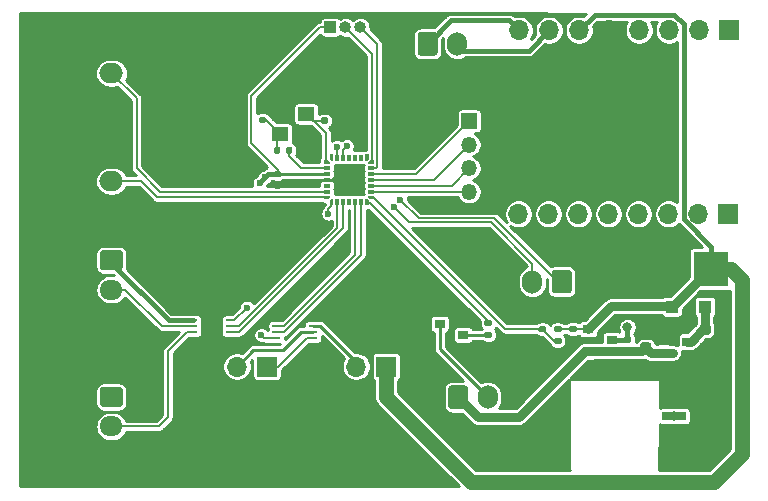
<source format=gtl>
G04 #@! TF.GenerationSoftware,KiCad,Pcbnew,(5.1.10)-1*
G04 #@! TF.CreationDate,2021-05-29T18:44:49+08:00*
G04 #@! TF.ProjectId,Light_detector_V1.0,4c696768-745f-4646-9574-6563746f725f,rev?*
G04 #@! TF.SameCoordinates,Original*
G04 #@! TF.FileFunction,Copper,L1,Top*
G04 #@! TF.FilePolarity,Positive*
%FSLAX46Y46*%
G04 Gerber Fmt 4.6, Leading zero omitted, Abs format (unit mm)*
G04 Created by KiCad (PCBNEW (5.1.10)-1) date 2021-05-29 18:44:49*
%MOMM*%
%LPD*%
G01*
G04 APERTURE LIST*
G04 #@! TA.AperFunction,SMDPad,CuDef*
%ADD10R,1.100000X1.100000*%
G04 #@! TD*
G04 #@! TA.AperFunction,ComponentPad*
%ADD11O,1.700000X2.000000*%
G04 #@! TD*
G04 #@! TA.AperFunction,ComponentPad*
%ADD12O,1.700000X1.700000*%
G04 #@! TD*
G04 #@! TA.AperFunction,ComponentPad*
%ADD13R,1.700000X1.700000*%
G04 #@! TD*
G04 #@! TA.AperFunction,ComponentPad*
%ADD14C,3.000000*%
G04 #@! TD*
G04 #@! TA.AperFunction,ComponentPad*
%ADD15R,3.000000X3.000000*%
G04 #@! TD*
G04 #@! TA.AperFunction,ComponentPad*
%ADD16R,1.350000X1.350000*%
G04 #@! TD*
G04 #@! TA.AperFunction,ComponentPad*
%ADD17O,1.350000X1.350000*%
G04 #@! TD*
G04 #@! TA.AperFunction,SMDPad,CuDef*
%ADD18R,0.900000X0.800000*%
G04 #@! TD*
G04 #@! TA.AperFunction,ComponentPad*
%ADD19O,2.000000X1.700000*%
G04 #@! TD*
G04 #@! TA.AperFunction,ComponentPad*
%ADD20O,1.950000X1.700000*%
G04 #@! TD*
G04 #@! TA.AperFunction,SMDPad,CuDef*
%ADD21R,1.400000X1.200000*%
G04 #@! TD*
G04 #@! TA.AperFunction,SMDPad,CuDef*
%ADD22R,0.750000X0.250000*%
G04 #@! TD*
G04 #@! TA.AperFunction,ComponentPad*
%ADD23R,1.000000X1.000000*%
G04 #@! TD*
G04 #@! TA.AperFunction,ComponentPad*
%ADD24O,1.000000X1.000000*%
G04 #@! TD*
G04 #@! TA.AperFunction,SMDPad,CuDef*
%ADD25R,0.550000X0.300000*%
G04 #@! TD*
G04 #@! TA.AperFunction,SMDPad,CuDef*
%ADD26R,0.300000X0.550000*%
G04 #@! TD*
G04 #@! TA.AperFunction,SMDPad,CuDef*
%ADD27C,0.100000*%
G04 #@! TD*
G04 #@! TA.AperFunction,SMDPad,CuDef*
%ADD28R,2.000000X0.800000*%
G04 #@! TD*
G04 #@! TA.AperFunction,ViaPad*
%ADD29C,0.600000*%
G04 #@! TD*
G04 #@! TA.AperFunction,ViaPad*
%ADD30C,0.800000*%
G04 #@! TD*
G04 #@! TA.AperFunction,Conductor*
%ADD31C,0.254000*%
G04 #@! TD*
G04 #@! TA.AperFunction,Conductor*
%ADD32C,1.270000*%
G04 #@! TD*
G04 #@! TA.AperFunction,Conductor*
%ADD33C,0.381000*%
G04 #@! TD*
G04 #@! TA.AperFunction,Conductor*
%ADD34C,0.762000*%
G04 #@! TD*
G04 #@! TA.AperFunction,Conductor*
%ADD35C,0.203200*%
G04 #@! TD*
G04 #@! TA.AperFunction,Conductor*
%ADD36C,0.100000*%
G04 #@! TD*
G04 APERTURE END LIST*
G04 #@! TA.AperFunction,SMDPad,CuDef*
G36*
G01*
X95830360Y-46694680D02*
X96330360Y-46694680D01*
G75*
G02*
X96555360Y-46919680I0J-225000D01*
G01*
X96555360Y-47369680D01*
G75*
G02*
X96330360Y-47594680I-225000J0D01*
G01*
X95830360Y-47594680D01*
G75*
G02*
X95605360Y-47369680I0J225000D01*
G01*
X95605360Y-46919680D01*
G75*
G02*
X95830360Y-46694680I225000J0D01*
G01*
G37*
G04 #@! TD.AperFunction*
G04 #@! TA.AperFunction,SMDPad,CuDef*
G36*
G01*
X95830360Y-48244680D02*
X96330360Y-48244680D01*
G75*
G02*
X96555360Y-48469680I0J-225000D01*
G01*
X96555360Y-48919680D01*
G75*
G02*
X96330360Y-49144680I-225000J0D01*
G01*
X95830360Y-49144680D01*
G75*
G02*
X95605360Y-48919680I0J225000D01*
G01*
X95605360Y-48469680D01*
G75*
G02*
X95830360Y-48244680I225000J0D01*
G01*
G37*
G04 #@! TD.AperFunction*
D10*
X96053340Y-45222200D03*
X93253340Y-45222200D03*
D11*
X81431540Y-43103840D03*
G04 #@! TA.AperFunction,ComponentPad*
G36*
G01*
X84781540Y-42353840D02*
X84781540Y-43853840D01*
G75*
G02*
X84531540Y-44103840I-250000J0D01*
G01*
X83331540Y-44103840D01*
G75*
G02*
X83081540Y-43853840I0J250000D01*
G01*
X83081540Y-42353840D01*
G75*
G02*
X83331540Y-42103840I250000J0D01*
G01*
X84531540Y-42103840D01*
G75*
G02*
X84781540Y-42353840I0J-250000D01*
G01*
G37*
G04 #@! TD.AperFunction*
D12*
X95506320Y-37368520D03*
X92966320Y-37368520D03*
X87886320Y-37368520D03*
X80266320Y-37368520D03*
D13*
X98046320Y-37368520D03*
D12*
X90426320Y-37368520D03*
X82806320Y-37368520D03*
X85346320Y-37368520D03*
X95557120Y-21823720D03*
X93017120Y-21823720D03*
X87937120Y-21823720D03*
X80317120Y-21823720D03*
D13*
X98097120Y-21823720D03*
D12*
X90477120Y-21823720D03*
X82857120Y-21823720D03*
X85397120Y-21823720D03*
D11*
X75070120Y-22966720D03*
G04 #@! TA.AperFunction,ComponentPad*
G36*
G01*
X71720120Y-23716720D02*
X71720120Y-22216720D01*
G75*
G02*
X71970120Y-21966720I250000J0D01*
G01*
X73170120Y-21966720D01*
G75*
G02*
X73420120Y-22216720I0J-250000D01*
G01*
X73420120Y-23716720D01*
G75*
G02*
X73170120Y-23966720I-250000J0D01*
G01*
X71970120Y-23966720D01*
G75*
G02*
X71720120Y-23716720I0J250000D01*
G01*
G37*
G04 #@! TD.AperFunction*
D14*
X92713440Y-42042120D03*
D15*
X96593440Y-42042120D03*
D16*
X76080400Y-29499600D03*
D17*
X76080400Y-31499600D03*
X76080400Y-33499600D03*
X76080400Y-35499600D03*
D18*
X86167500Y-47117000D03*
X86167500Y-49017000D03*
X88167500Y-48067000D03*
G04 #@! TA.AperFunction,ComponentPad*
G36*
G01*
X45053600Y-31240400D02*
X46553600Y-31240400D01*
G75*
G02*
X46803600Y-31490400I0J-250000D01*
G01*
X46803600Y-32690400D01*
G75*
G02*
X46553600Y-32940400I-250000J0D01*
G01*
X45053600Y-32940400D01*
G75*
G02*
X44803600Y-32690400I0J250000D01*
G01*
X44803600Y-31490400D01*
G75*
G02*
X45053600Y-31240400I250000J0D01*
G01*
G37*
G04 #@! TD.AperFunction*
D19*
X45803600Y-34590400D03*
G04 #@! TA.AperFunction,ComponentPad*
G36*
G01*
X45053600Y-22096400D02*
X46553600Y-22096400D01*
G75*
G02*
X46803600Y-22346400I0J-250000D01*
G01*
X46803600Y-23546400D01*
G75*
G02*
X46553600Y-23796400I-250000J0D01*
G01*
X45053600Y-23796400D01*
G75*
G02*
X44803600Y-23546400I0J250000D01*
G01*
X44803600Y-22346400D01*
G75*
G02*
X45053600Y-22096400I250000J0D01*
G01*
G37*
G04 #@! TD.AperFunction*
X45803600Y-25446400D03*
G04 #@! TA.AperFunction,ComponentPad*
G36*
G01*
X45078600Y-52017600D02*
X46528600Y-52017600D01*
G75*
G02*
X46778600Y-52267600I0J-250000D01*
G01*
X46778600Y-53467600D01*
G75*
G02*
X46528600Y-53717600I-250000J0D01*
G01*
X45078600Y-53717600D01*
G75*
G02*
X44828600Y-53467600I0J250000D01*
G01*
X44828600Y-52267600D01*
G75*
G02*
X45078600Y-52017600I250000J0D01*
G01*
G37*
G04 #@! TD.AperFunction*
D20*
X45803600Y-55367600D03*
X45803600Y-57867600D03*
G04 #@! TA.AperFunction,ComponentPad*
G36*
G01*
X45078600Y-40435200D02*
X46528600Y-40435200D01*
G75*
G02*
X46778600Y-40685200I0J-250000D01*
G01*
X46778600Y-41885200D01*
G75*
G02*
X46528600Y-42135200I-250000J0D01*
G01*
X45078600Y-42135200D01*
G75*
G02*
X44828600Y-41885200I0J250000D01*
G01*
X44828600Y-40685200D01*
G75*
G02*
X45078600Y-40435200I250000J0D01*
G01*
G37*
G04 #@! TD.AperFunction*
X45803600Y-43785200D03*
X45803600Y-46285200D03*
G04 #@! TA.AperFunction,ComponentPad*
G36*
G01*
X74316000Y-53643000D02*
X74316000Y-52143000D01*
G75*
G02*
X74566000Y-51893000I250000J0D01*
G01*
X75766000Y-51893000D01*
G75*
G02*
X76016000Y-52143000I0J-250000D01*
G01*
X76016000Y-53643000D01*
G75*
G02*
X75766000Y-53893000I-250000J0D01*
G01*
X74566000Y-53893000D01*
G75*
G02*
X74316000Y-53643000I0J250000D01*
G01*
G37*
G04 #@! TD.AperFunction*
D11*
X77666000Y-52893000D03*
D21*
X60096000Y-30603600D03*
X62296000Y-30603600D03*
X62296000Y-28903600D03*
X60096000Y-28903600D03*
D22*
X62873000Y-47864500D03*
X62873000Y-47364500D03*
X62873000Y-46864500D03*
X62873000Y-46364500D03*
X59773000Y-46364500D03*
X59773000Y-46864500D03*
X59773000Y-47364500D03*
X59773000Y-47864500D03*
X52737200Y-46377200D03*
X52737200Y-46877200D03*
X52737200Y-47377200D03*
X52737200Y-47877200D03*
X55837200Y-47877200D03*
X55837200Y-47377200D03*
X55837200Y-46877200D03*
X55837200Y-46377200D03*
D18*
X92565760Y-47223680D03*
X92565760Y-49123680D03*
X94565760Y-48173680D03*
G04 #@! TA.AperFunction,SMDPad,CuDef*
G36*
G01*
X59552400Y-32173800D02*
X59552400Y-31803800D01*
G75*
G02*
X59687400Y-31668800I135000J0D01*
G01*
X59957400Y-31668800D01*
G75*
G02*
X60092400Y-31803800I0J-135000D01*
G01*
X60092400Y-32173800D01*
G75*
G02*
X59957400Y-32308800I-135000J0D01*
G01*
X59687400Y-32308800D01*
G75*
G02*
X59552400Y-32173800I0J135000D01*
G01*
G37*
G04 #@! TD.AperFunction*
G04 #@! TA.AperFunction,SMDPad,CuDef*
G36*
G01*
X60572400Y-32173800D02*
X60572400Y-31803800D01*
G75*
G02*
X60707400Y-31668800I135000J0D01*
G01*
X60977400Y-31668800D01*
G75*
G02*
X61112400Y-31803800I0J-135000D01*
G01*
X61112400Y-32173800D01*
G75*
G02*
X60977400Y-32308800I-135000J0D01*
G01*
X60707400Y-32308800D01*
G75*
G02*
X60572400Y-32173800I0J135000D01*
G01*
G37*
G04 #@! TD.AperFunction*
G04 #@! TA.AperFunction,SMDPad,CuDef*
G36*
G01*
X77521000Y-46334500D02*
X77891000Y-46334500D01*
G75*
G02*
X78026000Y-46469500I0J-135000D01*
G01*
X78026000Y-46739500D01*
G75*
G02*
X77891000Y-46874500I-135000J0D01*
G01*
X77521000Y-46874500D01*
G75*
G02*
X77386000Y-46739500I0J135000D01*
G01*
X77386000Y-46469500D01*
G75*
G02*
X77521000Y-46334500I135000J0D01*
G01*
G37*
G04 #@! TD.AperFunction*
G04 #@! TA.AperFunction,SMDPad,CuDef*
G36*
G01*
X77521000Y-47354500D02*
X77891000Y-47354500D01*
G75*
G02*
X78026000Y-47489500I0J-135000D01*
G01*
X78026000Y-47759500D01*
G75*
G02*
X77891000Y-47894500I-135000J0D01*
G01*
X77521000Y-47894500D01*
G75*
G02*
X77386000Y-47759500I0J135000D01*
G01*
X77386000Y-47489500D01*
G75*
G02*
X77521000Y-47354500I135000J0D01*
G01*
G37*
G04 #@! TD.AperFunction*
G04 #@! TA.AperFunction,SMDPad,CuDef*
G36*
G01*
X82463000Y-48415200D02*
X82093000Y-48415200D01*
G75*
G02*
X81958000Y-48280200I0J135000D01*
G01*
X81958000Y-48010200D01*
G75*
G02*
X82093000Y-47875200I135000J0D01*
G01*
X82463000Y-47875200D01*
G75*
G02*
X82598000Y-48010200I0J-135000D01*
G01*
X82598000Y-48280200D01*
G75*
G02*
X82463000Y-48415200I-135000J0D01*
G01*
G37*
G04 #@! TD.AperFunction*
G04 #@! TA.AperFunction,SMDPad,CuDef*
G36*
G01*
X82463000Y-47395200D02*
X82093000Y-47395200D01*
G75*
G02*
X81958000Y-47260200I0J135000D01*
G01*
X81958000Y-46990200D01*
G75*
G02*
X82093000Y-46855200I135000J0D01*
G01*
X82463000Y-46855200D01*
G75*
G02*
X82598000Y-46990200I0J-135000D01*
G01*
X82598000Y-47260200D01*
G75*
G02*
X82463000Y-47395200I-135000J0D01*
G01*
G37*
G04 #@! TD.AperFunction*
G04 #@! TA.AperFunction,SMDPad,CuDef*
G36*
G01*
X83783800Y-48415200D02*
X83413800Y-48415200D01*
G75*
G02*
X83278800Y-48280200I0J135000D01*
G01*
X83278800Y-48010200D01*
G75*
G02*
X83413800Y-47875200I135000J0D01*
G01*
X83783800Y-47875200D01*
G75*
G02*
X83918800Y-48010200I0J-135000D01*
G01*
X83918800Y-48280200D01*
G75*
G02*
X83783800Y-48415200I-135000J0D01*
G01*
G37*
G04 #@! TD.AperFunction*
G04 #@! TA.AperFunction,SMDPad,CuDef*
G36*
G01*
X83783800Y-47395200D02*
X83413800Y-47395200D01*
G75*
G02*
X83278800Y-47260200I0J135000D01*
G01*
X83278800Y-46990200D01*
G75*
G02*
X83413800Y-46855200I135000J0D01*
G01*
X83783800Y-46855200D01*
G75*
G02*
X83918800Y-46990200I0J-135000D01*
G01*
X83918800Y-47260200D01*
G75*
G02*
X83783800Y-47395200I-135000J0D01*
G01*
G37*
G04 #@! TD.AperFunction*
G04 #@! TA.AperFunction,SMDPad,CuDef*
G36*
G01*
X85066500Y-48402500D02*
X84696500Y-48402500D01*
G75*
G02*
X84561500Y-48267500I0J135000D01*
G01*
X84561500Y-47997500D01*
G75*
G02*
X84696500Y-47862500I135000J0D01*
G01*
X85066500Y-47862500D01*
G75*
G02*
X85201500Y-47997500I0J-135000D01*
G01*
X85201500Y-48267500D01*
G75*
G02*
X85066500Y-48402500I-135000J0D01*
G01*
G37*
G04 #@! TD.AperFunction*
G04 #@! TA.AperFunction,SMDPad,CuDef*
G36*
G01*
X85066500Y-47382500D02*
X84696500Y-47382500D01*
G75*
G02*
X84561500Y-47247500I0J135000D01*
G01*
X84561500Y-46977500D01*
G75*
G02*
X84696500Y-46842500I135000J0D01*
G01*
X85066500Y-46842500D01*
G75*
G02*
X85201500Y-46977500I0J-135000D01*
G01*
X85201500Y-47247500D01*
G75*
G02*
X85066500Y-47382500I-135000J0D01*
G01*
G37*
G04 #@! TD.AperFunction*
G04 #@! TA.AperFunction,SMDPad,CuDef*
G36*
G01*
X89306600Y-47718800D02*
X89676600Y-47718800D01*
G75*
G02*
X89811600Y-47853800I0J-135000D01*
G01*
X89811600Y-48123800D01*
G75*
G02*
X89676600Y-48258800I-135000J0D01*
G01*
X89306600Y-48258800D01*
G75*
G02*
X89171600Y-48123800I0J135000D01*
G01*
X89171600Y-47853800D01*
G75*
G02*
X89306600Y-47718800I135000J0D01*
G01*
G37*
G04 #@! TD.AperFunction*
G04 #@! TA.AperFunction,SMDPad,CuDef*
G36*
G01*
X89306600Y-48738800D02*
X89676600Y-48738800D01*
G75*
G02*
X89811600Y-48873800I0J-135000D01*
G01*
X89811600Y-49143800D01*
G75*
G02*
X89676600Y-49278800I-135000J0D01*
G01*
X89306600Y-49278800D01*
G75*
G02*
X89171600Y-49143800I0J135000D01*
G01*
X89171600Y-48873800D01*
G75*
G02*
X89306600Y-48738800I135000J0D01*
G01*
G37*
G04 #@! TD.AperFunction*
X75594500Y-47620000D03*
X75594500Y-45720000D03*
X73594500Y-46670000D03*
D13*
X69070000Y-50289500D03*
D12*
X66530000Y-50289500D03*
X63990000Y-50289500D03*
D13*
X58973500Y-50289500D03*
D12*
X56433500Y-50289500D03*
X53893500Y-50289500D03*
D23*
X64345600Y-21574800D03*
D24*
X65615600Y-21574800D03*
X66885600Y-21574800D03*
X68155600Y-21574800D03*
D25*
X64045400Y-33478000D03*
X64045400Y-33978000D03*
X64045400Y-34478000D03*
X64045400Y-34978000D03*
X64045400Y-35478000D03*
D26*
X64920400Y-36353000D03*
X65420400Y-36353000D03*
X65920400Y-36353000D03*
X66420400Y-36353000D03*
X66920400Y-36353000D03*
D25*
X67795400Y-35478000D03*
X67795400Y-34978000D03*
X67795400Y-34478000D03*
X67795400Y-33978000D03*
X67795400Y-33478000D03*
D26*
X66920400Y-32603000D03*
X66420400Y-32603000D03*
X65920400Y-32603000D03*
X65420400Y-32603000D03*
X64920400Y-32603000D03*
G04 #@! TA.AperFunction,SMDPad,CuDef*
D27*
G36*
X64570400Y-32878000D02*
G01*
X64420400Y-32878000D01*
X64270400Y-32728000D01*
X64270400Y-32328000D01*
X64570400Y-32328000D01*
X64570400Y-32878000D01*
G37*
G04 #@! TD.AperFunction*
G04 #@! TA.AperFunction,SMDPad,CuDef*
G36*
X67520400Y-33128000D02*
G01*
X67520400Y-32978000D01*
X67670400Y-32828000D01*
X68070400Y-32828000D01*
X68070400Y-33128000D01*
X67520400Y-33128000D01*
G37*
G04 #@! TD.AperFunction*
G04 #@! TA.AperFunction,SMDPad,CuDef*
G36*
X67270400Y-36078000D02*
G01*
X67420400Y-36078000D01*
X67570400Y-36228000D01*
X67570400Y-36628000D01*
X67270400Y-36628000D01*
X67270400Y-36078000D01*
G37*
G04 #@! TD.AperFunction*
G04 #@! TA.AperFunction,SMDPad,CuDef*
G36*
X64320400Y-35828000D02*
G01*
X64320400Y-35978000D01*
X64170400Y-36128000D01*
X63770400Y-36128000D01*
X63770400Y-35828000D01*
X64320400Y-35828000D01*
G37*
G04 #@! TD.AperFunction*
G04 #@! TA.AperFunction,SMDPad,CuDef*
G36*
X64170400Y-32828000D02*
G01*
X64320400Y-32978000D01*
X64320400Y-33128000D01*
X63770400Y-33128000D01*
X63770400Y-32828000D01*
X64170400Y-32828000D01*
G37*
G04 #@! TD.AperFunction*
G04 #@! TA.AperFunction,SMDPad,CuDef*
G36*
X64270400Y-36228000D02*
G01*
X64420400Y-36078000D01*
X64570400Y-36078000D01*
X64570400Y-36628000D01*
X64270400Y-36628000D01*
X64270400Y-36228000D01*
G37*
G04 #@! TD.AperFunction*
G04 #@! TA.AperFunction,SMDPad,CuDef*
G36*
X67670400Y-36128000D02*
G01*
X67520400Y-35978000D01*
X67520400Y-35828000D01*
X68070400Y-35828000D01*
X68070400Y-36128000D01*
X67670400Y-36128000D01*
G37*
G04 #@! TD.AperFunction*
G04 #@! TA.AperFunction,SMDPad,CuDef*
G36*
X67570400Y-32728000D02*
G01*
X67420400Y-32878000D01*
X67270400Y-32878000D01*
X67270400Y-32328000D01*
X67570400Y-32328000D01*
X67570400Y-32728000D01*
G37*
G04 #@! TD.AperFunction*
G04 #@! TA.AperFunction,SMDPad,CuDef*
G36*
G01*
X91275760Y-49144680D02*
X90775760Y-49144680D01*
G75*
G02*
X90550760Y-48919680I0J225000D01*
G01*
X90550760Y-48469680D01*
G75*
G02*
X90775760Y-48244680I225000J0D01*
G01*
X91275760Y-48244680D01*
G75*
G02*
X91500760Y-48469680I0J-225000D01*
G01*
X91500760Y-48919680D01*
G75*
G02*
X91275760Y-49144680I-225000J0D01*
G01*
G37*
G04 #@! TD.AperFunction*
G04 #@! TA.AperFunction,SMDPad,CuDef*
G36*
G01*
X91275760Y-47594680D02*
X90775760Y-47594680D01*
G75*
G02*
X90550760Y-47369680I0J225000D01*
G01*
X90550760Y-46919680D01*
G75*
G02*
X90775760Y-46694680I225000J0D01*
G01*
X91275760Y-46694680D01*
G75*
G02*
X91500760Y-46919680I0J-225000D01*
G01*
X91500760Y-47369680D01*
G75*
G02*
X91275760Y-47594680I-225000J0D01*
G01*
G37*
G04 #@! TD.AperFunction*
G04 #@! TA.AperFunction,SMDPad,CuDef*
G36*
G01*
X58435200Y-28180800D02*
X58775200Y-28180800D01*
G75*
G02*
X58915200Y-28320800I0J-140000D01*
G01*
X58915200Y-28600800D01*
G75*
G02*
X58775200Y-28740800I-140000J0D01*
G01*
X58435200Y-28740800D01*
G75*
G02*
X58295200Y-28600800I0J140000D01*
G01*
X58295200Y-28320800D01*
G75*
G02*
X58435200Y-28180800I140000J0D01*
G01*
G37*
G04 #@! TD.AperFunction*
G04 #@! TA.AperFunction,SMDPad,CuDef*
G36*
G01*
X58435200Y-29140800D02*
X58775200Y-29140800D01*
G75*
G02*
X58915200Y-29280800I0J-140000D01*
G01*
X58915200Y-29560800D01*
G75*
G02*
X58775200Y-29700800I-140000J0D01*
G01*
X58435200Y-29700800D01*
G75*
G02*
X58295200Y-29560800I0J140000D01*
G01*
X58295200Y-29280800D01*
G75*
G02*
X58435200Y-29140800I140000J0D01*
G01*
G37*
G04 #@! TD.AperFunction*
G04 #@! TA.AperFunction,SMDPad,CuDef*
G36*
G01*
X63667600Y-28231600D02*
X64007600Y-28231600D01*
G75*
G02*
X64147600Y-28371600I0J-140000D01*
G01*
X64147600Y-28651600D01*
G75*
G02*
X64007600Y-28791600I-140000J0D01*
G01*
X63667600Y-28791600D01*
G75*
G02*
X63527600Y-28651600I0J140000D01*
G01*
X63527600Y-28371600D01*
G75*
G02*
X63667600Y-28231600I140000J0D01*
G01*
G37*
G04 #@! TD.AperFunction*
G04 #@! TA.AperFunction,SMDPad,CuDef*
G36*
G01*
X63667600Y-29191600D02*
X64007600Y-29191600D01*
G75*
G02*
X64147600Y-29331600I0J-140000D01*
G01*
X64147600Y-29611600D01*
G75*
G02*
X64007600Y-29751600I-140000J0D01*
G01*
X63667600Y-29751600D01*
G75*
G02*
X63527600Y-29611600I0J140000D01*
G01*
X63527600Y-29331600D01*
G75*
G02*
X63667600Y-29191600I140000J0D01*
G01*
G37*
G04 #@! TD.AperFunction*
G04 #@! TA.AperFunction,SMDPad,CuDef*
G36*
G01*
X59705200Y-33718000D02*
X60045200Y-33718000D01*
G75*
G02*
X60185200Y-33858000I0J-140000D01*
G01*
X60185200Y-34138000D01*
G75*
G02*
X60045200Y-34278000I-140000J0D01*
G01*
X59705200Y-34278000D01*
G75*
G02*
X59565200Y-34138000I0J140000D01*
G01*
X59565200Y-33858000D01*
G75*
G02*
X59705200Y-33718000I140000J0D01*
G01*
G37*
G04 #@! TD.AperFunction*
G04 #@! TA.AperFunction,SMDPad,CuDef*
G36*
G01*
X59705200Y-34678000D02*
X60045200Y-34678000D01*
G75*
G02*
X60185200Y-34818000I0J-140000D01*
G01*
X60185200Y-35098000D01*
G75*
G02*
X60045200Y-35238000I-140000J0D01*
G01*
X59705200Y-35238000D01*
G75*
G02*
X59565200Y-35098000I0J140000D01*
G01*
X59565200Y-34818000D01*
G75*
G02*
X59705200Y-34678000I140000J0D01*
G01*
G37*
G04 #@! TD.AperFunction*
D28*
X93454000Y-54492500D03*
X93454000Y-55992500D03*
D29*
X92542140Y-47185620D03*
X91010520Y-47091640D03*
X61246800Y-44536400D03*
X63837600Y-46263600D03*
X65361600Y-33919200D03*
X66377600Y-33919200D03*
X65361600Y-35087600D03*
X66428400Y-35087600D03*
D30*
X62364400Y-31836400D03*
X60027600Y-27416800D03*
D29*
X59722800Y-45501600D03*
X65412400Y-46212800D03*
X66987200Y-46212800D03*
X62161200Y-43571200D03*
X60434000Y-45501600D03*
X70492400Y-46212800D03*
X66987200Y-43469600D03*
X70441600Y-43469600D03*
X68917600Y-40472400D03*
X64040800Y-41640800D03*
D30*
X62872400Y-32700000D03*
D29*
X40418800Y-43774400D03*
X40418800Y-40218400D03*
X40418800Y-48244800D03*
X40469600Y-53020000D03*
X40418800Y-57642800D03*
X40418800Y-34478000D03*
X40469600Y-30058400D03*
X40469600Y-25994400D03*
X40418800Y-21371600D03*
X52610800Y-21371600D03*
X59164000Y-21371600D03*
X52610800Y-26553200D03*
X52661600Y-34528800D03*
X54287200Y-34528800D03*
X56217600Y-34528800D03*
X50934400Y-36967200D03*
X52509200Y-36967200D03*
X54490400Y-36967200D03*
X52407600Y-41488400D03*
X55049200Y-41437600D03*
X59722800Y-37932400D03*
X62770800Y-37983200D03*
X59722800Y-41234400D03*
X62262800Y-25842000D03*
X65768000Y-25842000D03*
X65869600Y-29398000D03*
X70848000Y-25842000D03*
X76131200Y-25791200D03*
X71000400Y-31074400D03*
X78823600Y-28686800D03*
X78922660Y-33751560D03*
X78823600Y-41285200D03*
X75826400Y-41386800D03*
X73873140Y-39692620D03*
X76842400Y-56931600D03*
X53220400Y-56474400D03*
X57538400Y-56474400D03*
X62212000Y-56474400D03*
X68866800Y-56372800D03*
X55404800Y-58862000D03*
X60281600Y-58963600D03*
X65717200Y-58811200D03*
X82379600Y-57185600D03*
X96855060Y-51435040D03*
X96857600Y-55153600D03*
X95587600Y-57998400D03*
X76598560Y-49845000D03*
X78564520Y-49855160D03*
X80855600Y-49855160D03*
X80845440Y-48168600D03*
X80845440Y-51927800D03*
X83116200Y-49778960D03*
X93512420Y-47144980D03*
X77187840Y-39758660D03*
X78038740Y-43004780D03*
X85597780Y-40467320D03*
X87731380Y-40434300D03*
X89847200Y-40416520D03*
X86745860Y-42451060D03*
X89092820Y-42418040D03*
X88140320Y-43812500D03*
X90520300Y-43713440D03*
X84663060Y-32649200D03*
X86428360Y-32613640D03*
X88384160Y-32595860D03*
X90301860Y-32567920D03*
X91909680Y-32486640D03*
X84741800Y-30911840D03*
X86593460Y-30845800D03*
X88419720Y-30784840D03*
X90319640Y-30792460D03*
X91940160Y-30731500D03*
X57284400Y-45298400D03*
X58503600Y-47635200D03*
X58351200Y-34732000D03*
X58808400Y-34274800D03*
D30*
X93454000Y-54493200D03*
X89491600Y-46974800D03*
D29*
X69705000Y-36761460D03*
X65722280Y-31638280D03*
X70263800Y-36182340D03*
X64899711Y-31679802D03*
X64172880Y-37343120D03*
D31*
X60355200Y-34478000D02*
X59875200Y-34958000D01*
X64045400Y-34478000D02*
X60355200Y-34478000D01*
D32*
X43517600Y-24419600D02*
X43517600Y-33379220D01*
X44990800Y-22946400D02*
X43517600Y-24419600D01*
X45803600Y-22946400D02*
X44990800Y-22946400D01*
X43517600Y-33379220D02*
X43517600Y-43999200D01*
X44504400Y-57867600D02*
X45803600Y-57867600D01*
X43517600Y-56880800D02*
X44504400Y-57867600D01*
X43517600Y-43999200D02*
X43517600Y-56880800D01*
D31*
X64802800Y-34478000D02*
X65361600Y-33919200D01*
X64045400Y-34478000D02*
X64802800Y-34478000D01*
X63736700Y-46364500D02*
X63837600Y-46263600D01*
X62873000Y-46364500D02*
X63736700Y-46364500D01*
X59773000Y-45551800D02*
X59722800Y-45501600D01*
X59773000Y-46364500D02*
X59773000Y-45551800D01*
X55837200Y-47877200D02*
X52737200Y-47877200D01*
X52737200Y-49133200D02*
X53893500Y-50289500D01*
X52737200Y-47877200D02*
X52737200Y-49133200D01*
D32*
X43635190Y-33496810D02*
X43517600Y-33379220D01*
X45041600Y-32090400D02*
X43635190Y-33496810D01*
X45803600Y-32090400D02*
X45041600Y-32090400D01*
X43517600Y-48571200D02*
X45803600Y-46285200D01*
X43517600Y-43999200D02*
X43517600Y-48571200D01*
D31*
X72692000Y-45720000D02*
X70441600Y-43469600D01*
X75594500Y-45720000D02*
X72692000Y-45720000D01*
D33*
X96080360Y-50660340D02*
X96855060Y-51435040D01*
X96080360Y-48694680D02*
X96080360Y-50660340D01*
D34*
X90091000Y-49017000D02*
X90099200Y-49008800D01*
X86167500Y-49017000D02*
X90091000Y-49017000D01*
X90099200Y-49008800D02*
X89491600Y-49008800D01*
D31*
X59895200Y-33978000D02*
X59875200Y-33998000D01*
X64045400Y-33978000D02*
X59895200Y-33978000D01*
D35*
X58732900Y-47864500D02*
X59773000Y-47864500D01*
X58503600Y-47635200D02*
X58732900Y-47864500D01*
X56205600Y-46377200D02*
X57284400Y-45298400D01*
X55837200Y-46377200D02*
X56205600Y-46377200D01*
D34*
X76817000Y-54544000D02*
X75166000Y-52893000D01*
X85874600Y-49017000D02*
X80347600Y-54544000D01*
X80347600Y-54544000D02*
X76817000Y-54544000D01*
X86167500Y-49017000D02*
X85874600Y-49017000D01*
D33*
X59085200Y-33998000D02*
X58808400Y-34274800D01*
X59875200Y-33998000D02*
X59085200Y-33998000D01*
X58808400Y-34274800D02*
X58478200Y-34605000D01*
D35*
X59875200Y-33614400D02*
X59875200Y-33998000D01*
X57640000Y-27366000D02*
X57640000Y-31379200D01*
X63431200Y-21574800D02*
X57640000Y-27366000D01*
X57640000Y-31379200D02*
X59875200Y-33614400D01*
X64345600Y-21574800D02*
X63431200Y-21574800D01*
D34*
X90711640Y-49008800D02*
X90099200Y-49008800D01*
X91025760Y-48694680D02*
X90711640Y-49008800D01*
X91475080Y-49144000D02*
X91025760Y-48694680D01*
X93343000Y-49144000D02*
X91475080Y-49144000D01*
D35*
X67795400Y-33478000D02*
X68241200Y-33478000D01*
X68324410Y-23013610D02*
X66885600Y-21574800D01*
X68324410Y-33394790D02*
X68324410Y-23013610D01*
X68241200Y-33478000D02*
X68324410Y-33394790D01*
X67870400Y-23829600D02*
X67870400Y-32978000D01*
X65615600Y-21574800D02*
X67870400Y-23829600D01*
X83607000Y-47117000D02*
X83598800Y-47125200D01*
X86167500Y-47117000D02*
X83607000Y-47117000D01*
X59913300Y-50289500D02*
X58973500Y-50289500D01*
X62338300Y-47864500D02*
X59913300Y-50289500D01*
X62873000Y-47864500D02*
X62338300Y-47864500D01*
D33*
X45803600Y-41539200D02*
X45803600Y-41285200D01*
X50641600Y-46377200D02*
X45803600Y-41539200D01*
X52737200Y-46377200D02*
X50641600Y-46377200D01*
D32*
X69070000Y-52847280D02*
X69070000Y-50289500D01*
X76252885Y-60030165D02*
X69070000Y-52847280D01*
X99187591Y-57695329D02*
X96852755Y-60030165D01*
X99187591Y-42995431D02*
X99187591Y-57695329D01*
X98234280Y-42042120D02*
X99187591Y-42995431D01*
X96852755Y-60030165D02*
X76252885Y-60030165D01*
X96593440Y-42042120D02*
X98234280Y-42042120D01*
D34*
X96453280Y-42042120D02*
X93313840Y-45181560D01*
X96593440Y-42042120D02*
X96453280Y-42042120D01*
X88102940Y-45181560D02*
X86167500Y-47117000D01*
X93313840Y-45181560D02*
X88102940Y-45181560D01*
D33*
X96593440Y-40161120D02*
X96593440Y-42042120D01*
X94269340Y-21310446D02*
X94269340Y-37837020D01*
X94269340Y-37837020D02*
X96593440Y-40161120D01*
X93471974Y-20513080D02*
X94269340Y-21310446D01*
X86707760Y-20513080D02*
X93471974Y-20513080D01*
X85397120Y-21823720D02*
X86707760Y-20513080D01*
D35*
X66920400Y-40838908D02*
X66920400Y-36353000D01*
X60394808Y-47364500D02*
X66920400Y-40838908D01*
X59773000Y-47364500D02*
X60394808Y-47364500D01*
X66420400Y-36353000D02*
X66420400Y-40836000D01*
X60391900Y-46864500D02*
X59773000Y-46864500D01*
X66420400Y-40836000D02*
X60391900Y-46864500D01*
X56628000Y-47377200D02*
X55837200Y-47377200D01*
X65420400Y-38584800D02*
X56628000Y-47377200D01*
X65420400Y-36353000D02*
X65420400Y-38584800D01*
X64920400Y-38581892D02*
X64920400Y-36353000D01*
X56625092Y-46877200D02*
X64920400Y-38581892D01*
X55837200Y-46877200D02*
X56625092Y-46877200D01*
X49806000Y-55367600D02*
X45803600Y-55367600D01*
X50578800Y-54594800D02*
X49806000Y-55367600D01*
X50578800Y-48957400D02*
X50578800Y-54594800D01*
X52159000Y-47377200D02*
X50578800Y-48957400D01*
X52737200Y-47377200D02*
X52159000Y-47377200D01*
X46982800Y-43785200D02*
X45803600Y-43785200D01*
X50074800Y-46877200D02*
X46982800Y-43785200D01*
X52737200Y-46877200D02*
X50074800Y-46877200D01*
D31*
X66530000Y-49892500D02*
X66530000Y-50289500D01*
X63502000Y-46864500D02*
X66530000Y-49892500D01*
X62873000Y-46864500D02*
X63502000Y-46864500D01*
X57830500Y-48892500D02*
X56433500Y-50289500D01*
X60294300Y-48892500D02*
X57830500Y-48892500D01*
X61822300Y-47364500D02*
X60294300Y-48892500D01*
X62873000Y-47364500D02*
X61822300Y-47364500D01*
D33*
X89491600Y-46974800D02*
X89491600Y-47988800D01*
X89413400Y-48067000D02*
X89491600Y-47988800D01*
X88167500Y-48067000D02*
X89413400Y-48067000D01*
D35*
X62353202Y-28903600D02*
X62296000Y-28903600D01*
X63970400Y-30520798D02*
X62353202Y-28903600D01*
X63970400Y-32978000D02*
X63970400Y-30520798D01*
X62688000Y-28511600D02*
X62296000Y-28903600D01*
X62864000Y-29471600D02*
X62296000Y-28903600D01*
X63837600Y-29471600D02*
X62864000Y-29471600D01*
X58913200Y-29420800D02*
X60096000Y-30603600D01*
X58605200Y-29420800D02*
X58913200Y-29420800D01*
X59822400Y-30877200D02*
X60096000Y-30603600D01*
X59822400Y-31988800D02*
X59822400Y-30877200D01*
X83298000Y-48145200D02*
X82278000Y-47125200D01*
X83598800Y-48145200D02*
X83298000Y-48145200D01*
X79126400Y-47125200D02*
X82278000Y-47125200D01*
X67979200Y-35978000D02*
X79126400Y-47125200D01*
X67870400Y-35978000D02*
X67979200Y-35978000D01*
X77706000Y-46466800D02*
X77706000Y-46604500D01*
X67667200Y-36428000D02*
X77706000Y-46466800D01*
X67420400Y-36428000D02*
X67667200Y-36428000D01*
X71602000Y-33978000D02*
X76080400Y-29499600D01*
X67795400Y-33978000D02*
X71602000Y-33978000D01*
X73102000Y-34478000D02*
X76080400Y-31499600D01*
X67795400Y-34478000D02*
X73102000Y-34478000D01*
X74602000Y-34978000D02*
X76080400Y-33499600D01*
X67795400Y-34978000D02*
X74602000Y-34978000D01*
X76058800Y-35478000D02*
X76080400Y-35499600D01*
X67795400Y-35478000D02*
X76058800Y-35478000D01*
X47937200Y-27580000D02*
X45803600Y-25446400D01*
X47937200Y-33512800D02*
X47937200Y-27580000D01*
X49916410Y-35492010D02*
X47937200Y-33512800D01*
X63553190Y-35492010D02*
X49916410Y-35492010D01*
X63567200Y-35478000D02*
X63553190Y-35492010D01*
X64045400Y-35478000D02*
X63567200Y-35478000D01*
X48303600Y-34590400D02*
X45803600Y-34590400D01*
X49691200Y-35978000D02*
X48303600Y-34590400D01*
X63970400Y-35978000D02*
X49691200Y-35978000D01*
X60842400Y-32448000D02*
X60842400Y-31988800D01*
X61872400Y-33478000D02*
X60842400Y-32448000D01*
X64045400Y-33478000D02*
X61872400Y-33478000D01*
D31*
X73594500Y-48821500D02*
X77666000Y-52893000D01*
X73594500Y-46670000D02*
X73594500Y-48821500D01*
X77701500Y-47620000D02*
X77706000Y-47624500D01*
X75594500Y-47620000D02*
X77701500Y-47620000D01*
D34*
X96080360Y-45215040D02*
X96080360Y-47144680D01*
X96113840Y-45181560D02*
X96080360Y-45215040D01*
X94866240Y-48173680D02*
X94565760Y-48173680D01*
X95895240Y-47144680D02*
X94866240Y-48173680D01*
X96080360Y-47144680D02*
X95895240Y-47144680D01*
D35*
X65420400Y-31940160D02*
X65722280Y-31638280D01*
X65420400Y-32603000D02*
X65420400Y-31940160D01*
X69705000Y-36776700D02*
X69705000Y-36761460D01*
X71017899Y-38089599D02*
X69705000Y-36776700D01*
X77947019Y-38089599D02*
X71017899Y-38089599D01*
X81431540Y-41574120D02*
X77947019Y-38089599D01*
X81431540Y-43103840D02*
X81431540Y-41574120D01*
X70263800Y-36182340D02*
X70263800Y-36182340D01*
X64920400Y-31700491D02*
X64899711Y-31679802D01*
X64920400Y-32603000D02*
X64920400Y-31700491D01*
X64899711Y-31571849D02*
X64899711Y-31679802D01*
X71815449Y-37733989D02*
X70263800Y-36182340D01*
X78228949Y-37733989D02*
X71815449Y-37733989D01*
X83598800Y-43103840D02*
X78228949Y-37733989D01*
X83931540Y-43103840D02*
X83598800Y-43103840D01*
X64172880Y-37343120D02*
X64172880Y-37343120D01*
X64170340Y-37340580D02*
X64172880Y-37343120D01*
X64170340Y-36969740D02*
X64170340Y-37340580D01*
X64420400Y-36719680D02*
X64170340Y-36969740D01*
X64420400Y-36428000D02*
X64420400Y-36719680D01*
D33*
X81135000Y-23545840D02*
X82857120Y-21823720D01*
X75649240Y-23545840D02*
X81135000Y-23545840D01*
X75070120Y-22966720D02*
X75649240Y-23545840D01*
X74563119Y-20973721D02*
X72570120Y-22966720D01*
X79467121Y-20973721D02*
X74563119Y-20973721D01*
X80317120Y-21823720D02*
X79467121Y-20973721D01*
D31*
X79465884Y-20399578D02*
X79439047Y-20402221D01*
X74591190Y-20402221D01*
X74563118Y-20399456D01*
X74535046Y-20402221D01*
X74535045Y-20402221D01*
X74451085Y-20410490D01*
X74343357Y-20443169D01*
X74244074Y-20496237D01*
X74157052Y-20567654D01*
X74139153Y-20589464D01*
X73144741Y-21583877D01*
X71970120Y-21583877D01*
X71846658Y-21596037D01*
X71727941Y-21632049D01*
X71618531Y-21690530D01*
X71522632Y-21769232D01*
X71443930Y-21865131D01*
X71385449Y-21974541D01*
X71349437Y-22093258D01*
X71337277Y-22216720D01*
X71337277Y-23716720D01*
X71349437Y-23840182D01*
X71385449Y-23958899D01*
X71443930Y-24068309D01*
X71522632Y-24164208D01*
X71618531Y-24242910D01*
X71727941Y-24301391D01*
X71846658Y-24337403D01*
X71970120Y-24349563D01*
X73170120Y-24349563D01*
X73293582Y-24337403D01*
X73412299Y-24301391D01*
X73521709Y-24242910D01*
X73617608Y-24164208D01*
X73696310Y-24068309D01*
X73754791Y-23958899D01*
X73790803Y-23840182D01*
X73802963Y-23716720D01*
X73802963Y-22542099D01*
X73894933Y-22450129D01*
X73856932Y-22575403D01*
X73839120Y-22756249D01*
X73839120Y-23177192D01*
X73856932Y-23358038D01*
X73927322Y-23590083D01*
X74041630Y-23803936D01*
X74195461Y-23991380D01*
X74382905Y-24145211D01*
X74596758Y-24259518D01*
X74828803Y-24329908D01*
X75070120Y-24353676D01*
X75311438Y-24329908D01*
X75543483Y-24259518D01*
X75757336Y-24145211D01*
X75791297Y-24117340D01*
X81106926Y-24117340D01*
X81135000Y-24120105D01*
X81163074Y-24117340D01*
X81247034Y-24109071D01*
X81354762Y-24076392D01*
X81454045Y-24023324D01*
X81541067Y-23951907D01*
X81558970Y-23930092D01*
X82486453Y-23002609D01*
X82498051Y-23007413D01*
X82735877Y-23054720D01*
X82978363Y-23054720D01*
X83216189Y-23007413D01*
X83440217Y-22914618D01*
X83641837Y-22779900D01*
X83813300Y-22608437D01*
X83948018Y-22406817D01*
X84040813Y-22182789D01*
X84088120Y-21944963D01*
X84088120Y-21702477D01*
X84040813Y-21464651D01*
X83948018Y-21240623D01*
X83813300Y-21039003D01*
X83641837Y-20867540D01*
X83440217Y-20732822D01*
X83216189Y-20640027D01*
X82978363Y-20592720D01*
X82735877Y-20592720D01*
X82498051Y-20640027D01*
X82274023Y-20732822D01*
X82072403Y-20867540D01*
X81900940Y-21039003D01*
X81766222Y-21240623D01*
X81673427Y-21464651D01*
X81626120Y-21702477D01*
X81626120Y-21944963D01*
X81673427Y-22182789D01*
X81678231Y-22194387D01*
X81291663Y-22580954D01*
X81408018Y-22406817D01*
X81500813Y-22182789D01*
X81548120Y-21944963D01*
X81548120Y-21702477D01*
X81500813Y-21464651D01*
X81408018Y-21240623D01*
X81273300Y-21039003D01*
X81101837Y-20867540D01*
X80900217Y-20732822D01*
X80676189Y-20640027D01*
X80438363Y-20592720D01*
X80195877Y-20592720D01*
X79958051Y-20640027D01*
X79946453Y-20644831D01*
X79891091Y-20589469D01*
X79873188Y-20567654D01*
X79786166Y-20496237D01*
X79686883Y-20443169D01*
X79579155Y-20410490D01*
X79495195Y-20402221D01*
X79468366Y-20399579D01*
X86010993Y-20401624D01*
X85767787Y-20644831D01*
X85756189Y-20640027D01*
X85518363Y-20592720D01*
X85275877Y-20592720D01*
X85038051Y-20640027D01*
X84814023Y-20732822D01*
X84612403Y-20867540D01*
X84440940Y-21039003D01*
X84306222Y-21240623D01*
X84213427Y-21464651D01*
X84166120Y-21702477D01*
X84166120Y-21944963D01*
X84213427Y-22182789D01*
X84306222Y-22406817D01*
X84440940Y-22608437D01*
X84612403Y-22779900D01*
X84814023Y-22914618D01*
X85038051Y-23007413D01*
X85275877Y-23054720D01*
X85518363Y-23054720D01*
X85756189Y-23007413D01*
X85980217Y-22914618D01*
X86181837Y-22779900D01*
X86353300Y-22608437D01*
X86488018Y-22406817D01*
X86580813Y-22182789D01*
X86628120Y-21944963D01*
X86628120Y-21702477D01*
X86580813Y-21464651D01*
X86576009Y-21453053D01*
X86944483Y-21084580D01*
X89490486Y-21084580D01*
X89386222Y-21240623D01*
X89293427Y-21464651D01*
X89246120Y-21702477D01*
X89246120Y-21944963D01*
X89293427Y-22182789D01*
X89386222Y-22406817D01*
X89520940Y-22608437D01*
X89692403Y-22779900D01*
X89894023Y-22914618D01*
X90118051Y-23007413D01*
X90355877Y-23054720D01*
X90598363Y-23054720D01*
X90836189Y-23007413D01*
X91060217Y-22914618D01*
X91261837Y-22779900D01*
X91433300Y-22608437D01*
X91568018Y-22406817D01*
X91660813Y-22182789D01*
X91708120Y-21944963D01*
X91708120Y-21702477D01*
X91660813Y-21464651D01*
X91568018Y-21240623D01*
X91463754Y-21084580D01*
X92030486Y-21084580D01*
X91926222Y-21240623D01*
X91833427Y-21464651D01*
X91786120Y-21702477D01*
X91786120Y-21944963D01*
X91833427Y-22182789D01*
X91926222Y-22406817D01*
X92060940Y-22608437D01*
X92232403Y-22779900D01*
X92434023Y-22914618D01*
X92658051Y-23007413D01*
X92895877Y-23054720D01*
X93138363Y-23054720D01*
X93376189Y-23007413D01*
X93600217Y-22914618D01*
X93697840Y-22849388D01*
X93697841Y-36376796D01*
X93549417Y-36277622D01*
X93325389Y-36184827D01*
X93087563Y-36137520D01*
X92845077Y-36137520D01*
X92607251Y-36184827D01*
X92383223Y-36277622D01*
X92181603Y-36412340D01*
X92010140Y-36583803D01*
X91875422Y-36785423D01*
X91782627Y-37009451D01*
X91735320Y-37247277D01*
X91735320Y-37489763D01*
X91782627Y-37727589D01*
X91875422Y-37951617D01*
X92010140Y-38153237D01*
X92181603Y-38324700D01*
X92383223Y-38459418D01*
X92607251Y-38552213D01*
X92845077Y-38599520D01*
X93087563Y-38599520D01*
X93325389Y-38552213D01*
X93549417Y-38459418D01*
X93751037Y-38324700D01*
X93849470Y-38226267D01*
X93863274Y-38243087D01*
X93885084Y-38260986D01*
X95783373Y-40159277D01*
X95093440Y-40159277D01*
X95018751Y-40166633D01*
X94946932Y-40188419D01*
X94880744Y-40223798D01*
X94822729Y-40271409D01*
X94775118Y-40329424D01*
X94739739Y-40395612D01*
X94717953Y-40467431D01*
X94710597Y-40542120D01*
X94710597Y-42707173D01*
X93128413Y-44289357D01*
X92703340Y-44289357D01*
X92628651Y-44296713D01*
X92556832Y-44318499D01*
X92490644Y-44353878D01*
X92432629Y-44401489D01*
X92417799Y-44419560D01*
X88140355Y-44419560D01*
X88102939Y-44415875D01*
X88065523Y-44419560D01*
X88065514Y-44419560D01*
X87953562Y-44430586D01*
X87809925Y-44474158D01*
X87677548Y-44544915D01*
X87561518Y-44640138D01*
X87537661Y-44669208D01*
X85872713Y-46334157D01*
X85717500Y-46334157D01*
X85642811Y-46341513D01*
X85570992Y-46363299D01*
X85504804Y-46398678D01*
X85446789Y-46446289D01*
X85399178Y-46504304D01*
X85369626Y-46559591D01*
X85354198Y-46546929D01*
X85264670Y-46499075D01*
X85167526Y-46469607D01*
X85066500Y-46459657D01*
X84696500Y-46459657D01*
X84595474Y-46469607D01*
X84498330Y-46499075D01*
X84408802Y-46546929D01*
X84330330Y-46611330D01*
X84311397Y-46634400D01*
X84158481Y-46634400D01*
X84149970Y-46624030D01*
X84071498Y-46559629D01*
X83981970Y-46511775D01*
X83884826Y-46482307D01*
X83783800Y-46472357D01*
X83413800Y-46472357D01*
X83312774Y-46482307D01*
X83215630Y-46511775D01*
X83126102Y-46559629D01*
X83047630Y-46624030D01*
X82983229Y-46702502D01*
X82938400Y-46786371D01*
X82893571Y-46702502D01*
X82829170Y-46624030D01*
X82750698Y-46559629D01*
X82661170Y-46511775D01*
X82564026Y-46482307D01*
X82463000Y-46472357D01*
X82093000Y-46472357D01*
X81991974Y-46482307D01*
X81894830Y-46511775D01*
X81805302Y-46559629D01*
X81726830Y-46624030D01*
X81711590Y-46642600D01*
X79326299Y-46642600D01*
X71255898Y-38572199D01*
X77747120Y-38572199D01*
X80948941Y-41774021D01*
X80948941Y-41815979D01*
X80744325Y-41925349D01*
X80556881Y-42079180D01*
X80403050Y-42266624D01*
X80288742Y-42480477D01*
X80218352Y-42712522D01*
X80200540Y-42893368D01*
X80200540Y-43314311D01*
X80218352Y-43495157D01*
X80288742Y-43727202D01*
X80403049Y-43941055D01*
X80556880Y-44128500D01*
X80744324Y-44282331D01*
X80958177Y-44396638D01*
X81190222Y-44467028D01*
X81431540Y-44490796D01*
X81672857Y-44467028D01*
X81904902Y-44396638D01*
X82118755Y-44282331D01*
X82306200Y-44128500D01*
X82460031Y-43941056D01*
X82574338Y-43727203D01*
X82644728Y-43495158D01*
X82662540Y-43314312D01*
X82662540Y-42893369D01*
X82657811Y-42845350D01*
X82698697Y-42886237D01*
X82698697Y-43853840D01*
X82710857Y-43977302D01*
X82746869Y-44096019D01*
X82805350Y-44205429D01*
X82884052Y-44301328D01*
X82979951Y-44380030D01*
X83089361Y-44438511D01*
X83208078Y-44474523D01*
X83331540Y-44486683D01*
X84531540Y-44486683D01*
X84655002Y-44474523D01*
X84773719Y-44438511D01*
X84883129Y-44380030D01*
X84979028Y-44301328D01*
X85057730Y-44205429D01*
X85116211Y-44096019D01*
X85152223Y-43977302D01*
X85164383Y-43853840D01*
X85164383Y-42353840D01*
X85152223Y-42230378D01*
X85116211Y-42111661D01*
X85057730Y-42002251D01*
X84979028Y-41906352D01*
X84883129Y-41827650D01*
X84773719Y-41769169D01*
X84655002Y-41733157D01*
X84531540Y-41720997D01*
X83331540Y-41720997D01*
X83208078Y-41733157D01*
X83089361Y-41769169D01*
X82996346Y-41818886D01*
X79543552Y-38366093D01*
X79683223Y-38459418D01*
X79907251Y-38552213D01*
X80145077Y-38599520D01*
X80387563Y-38599520D01*
X80625389Y-38552213D01*
X80849417Y-38459418D01*
X81051037Y-38324700D01*
X81222500Y-38153237D01*
X81357218Y-37951617D01*
X81450013Y-37727589D01*
X81497320Y-37489763D01*
X81497320Y-37247277D01*
X81575320Y-37247277D01*
X81575320Y-37489763D01*
X81622627Y-37727589D01*
X81715422Y-37951617D01*
X81850140Y-38153237D01*
X82021603Y-38324700D01*
X82223223Y-38459418D01*
X82447251Y-38552213D01*
X82685077Y-38599520D01*
X82927563Y-38599520D01*
X83165389Y-38552213D01*
X83389417Y-38459418D01*
X83591037Y-38324700D01*
X83762500Y-38153237D01*
X83897218Y-37951617D01*
X83990013Y-37727589D01*
X84037320Y-37489763D01*
X84037320Y-37247277D01*
X84115320Y-37247277D01*
X84115320Y-37489763D01*
X84162627Y-37727589D01*
X84255422Y-37951617D01*
X84390140Y-38153237D01*
X84561603Y-38324700D01*
X84763223Y-38459418D01*
X84987251Y-38552213D01*
X85225077Y-38599520D01*
X85467563Y-38599520D01*
X85705389Y-38552213D01*
X85929417Y-38459418D01*
X86131037Y-38324700D01*
X86302500Y-38153237D01*
X86437218Y-37951617D01*
X86530013Y-37727589D01*
X86577320Y-37489763D01*
X86577320Y-37247277D01*
X86655320Y-37247277D01*
X86655320Y-37489763D01*
X86702627Y-37727589D01*
X86795422Y-37951617D01*
X86930140Y-38153237D01*
X87101603Y-38324700D01*
X87303223Y-38459418D01*
X87527251Y-38552213D01*
X87765077Y-38599520D01*
X88007563Y-38599520D01*
X88245389Y-38552213D01*
X88469417Y-38459418D01*
X88671037Y-38324700D01*
X88842500Y-38153237D01*
X88977218Y-37951617D01*
X89070013Y-37727589D01*
X89117320Y-37489763D01*
X89117320Y-37247277D01*
X89195320Y-37247277D01*
X89195320Y-37489763D01*
X89242627Y-37727589D01*
X89335422Y-37951617D01*
X89470140Y-38153237D01*
X89641603Y-38324700D01*
X89843223Y-38459418D01*
X90067251Y-38552213D01*
X90305077Y-38599520D01*
X90547563Y-38599520D01*
X90785389Y-38552213D01*
X91009417Y-38459418D01*
X91211037Y-38324700D01*
X91382500Y-38153237D01*
X91517218Y-37951617D01*
X91610013Y-37727589D01*
X91657320Y-37489763D01*
X91657320Y-37247277D01*
X91610013Y-37009451D01*
X91517218Y-36785423D01*
X91382500Y-36583803D01*
X91211037Y-36412340D01*
X91009417Y-36277622D01*
X90785389Y-36184827D01*
X90547563Y-36137520D01*
X90305077Y-36137520D01*
X90067251Y-36184827D01*
X89843223Y-36277622D01*
X89641603Y-36412340D01*
X89470140Y-36583803D01*
X89335422Y-36785423D01*
X89242627Y-37009451D01*
X89195320Y-37247277D01*
X89117320Y-37247277D01*
X89070013Y-37009451D01*
X88977218Y-36785423D01*
X88842500Y-36583803D01*
X88671037Y-36412340D01*
X88469417Y-36277622D01*
X88245389Y-36184827D01*
X88007563Y-36137520D01*
X87765077Y-36137520D01*
X87527251Y-36184827D01*
X87303223Y-36277622D01*
X87101603Y-36412340D01*
X86930140Y-36583803D01*
X86795422Y-36785423D01*
X86702627Y-37009451D01*
X86655320Y-37247277D01*
X86577320Y-37247277D01*
X86530013Y-37009451D01*
X86437218Y-36785423D01*
X86302500Y-36583803D01*
X86131037Y-36412340D01*
X85929417Y-36277622D01*
X85705389Y-36184827D01*
X85467563Y-36137520D01*
X85225077Y-36137520D01*
X84987251Y-36184827D01*
X84763223Y-36277622D01*
X84561603Y-36412340D01*
X84390140Y-36583803D01*
X84255422Y-36785423D01*
X84162627Y-37009451D01*
X84115320Y-37247277D01*
X84037320Y-37247277D01*
X83990013Y-37009451D01*
X83897218Y-36785423D01*
X83762500Y-36583803D01*
X83591037Y-36412340D01*
X83389417Y-36277622D01*
X83165389Y-36184827D01*
X82927563Y-36137520D01*
X82685077Y-36137520D01*
X82447251Y-36184827D01*
X82223223Y-36277622D01*
X82021603Y-36412340D01*
X81850140Y-36583803D01*
X81715422Y-36785423D01*
X81622627Y-37009451D01*
X81575320Y-37247277D01*
X81497320Y-37247277D01*
X81450013Y-37009451D01*
X81357218Y-36785423D01*
X81222500Y-36583803D01*
X81051037Y-36412340D01*
X80849417Y-36277622D01*
X80625389Y-36184827D01*
X80387563Y-36137520D01*
X80145077Y-36137520D01*
X79907251Y-36184827D01*
X79683223Y-36277622D01*
X79481603Y-36412340D01*
X79310140Y-36583803D01*
X79175422Y-36785423D01*
X79082627Y-37009451D01*
X79035320Y-37247277D01*
X79035320Y-37489763D01*
X79082627Y-37727589D01*
X79175422Y-37951617D01*
X79268747Y-38091288D01*
X78586966Y-37409507D01*
X78571850Y-37391088D01*
X78498364Y-37330780D01*
X78414526Y-37285967D01*
X78323555Y-37258372D01*
X78252656Y-37251389D01*
X78252654Y-37251389D01*
X78228949Y-37249054D01*
X78205244Y-37251389D01*
X72015349Y-37251389D01*
X70944800Y-36180841D01*
X70944800Y-36115267D01*
X70918629Y-35983700D01*
X70909061Y-35960600D01*
X75128346Y-35960600D01*
X75144585Y-35999804D01*
X75260151Y-36172761D01*
X75407239Y-36319849D01*
X75580196Y-36435415D01*
X75772376Y-36515019D01*
X75976393Y-36555600D01*
X76184407Y-36555600D01*
X76388424Y-36515019D01*
X76580604Y-36435415D01*
X76753561Y-36319849D01*
X76900649Y-36172761D01*
X77016215Y-35999804D01*
X77095819Y-35807624D01*
X77136400Y-35603607D01*
X77136400Y-35395593D01*
X77095819Y-35191576D01*
X77016215Y-34999396D01*
X76900649Y-34826439D01*
X76753561Y-34679351D01*
X76580604Y-34563785D01*
X76425649Y-34499600D01*
X76580604Y-34435415D01*
X76753561Y-34319849D01*
X76900649Y-34172761D01*
X77016215Y-33999804D01*
X77095819Y-33807624D01*
X77136400Y-33603607D01*
X77136400Y-33395593D01*
X77095819Y-33191576D01*
X77016215Y-32999396D01*
X76900649Y-32826439D01*
X76753561Y-32679351D01*
X76580604Y-32563785D01*
X76425649Y-32499600D01*
X76580604Y-32435415D01*
X76753561Y-32319849D01*
X76900649Y-32172761D01*
X77016215Y-31999804D01*
X77095819Y-31807624D01*
X77136400Y-31603607D01*
X77136400Y-31395593D01*
X77095819Y-31191576D01*
X77016215Y-30999396D01*
X76900649Y-30826439D01*
X76753561Y-30679351D01*
X76580604Y-30563785D01*
X76565293Y-30557443D01*
X76755400Y-30557443D01*
X76830089Y-30550087D01*
X76901908Y-30528301D01*
X76968096Y-30492922D01*
X77026111Y-30445311D01*
X77073722Y-30387296D01*
X77109101Y-30321108D01*
X77130887Y-30249289D01*
X77138243Y-30174600D01*
X77138243Y-28824600D01*
X77130887Y-28749911D01*
X77109101Y-28678092D01*
X77073722Y-28611904D01*
X77026111Y-28553889D01*
X76968096Y-28506278D01*
X76901908Y-28470899D01*
X76830089Y-28449113D01*
X76755400Y-28441757D01*
X75405400Y-28441757D01*
X75330711Y-28449113D01*
X75258892Y-28470899D01*
X75192704Y-28506278D01*
X75134689Y-28553889D01*
X75087078Y-28611904D01*
X75051699Y-28678092D01*
X75029913Y-28749911D01*
X75022557Y-28824600D01*
X75022557Y-29874943D01*
X71402101Y-33495400D01*
X68798206Y-33495400D01*
X68800027Y-33489396D01*
X68807010Y-33418497D01*
X68807010Y-33418496D01*
X68809345Y-33394790D01*
X68807010Y-33371083D01*
X68807010Y-23037317D01*
X68809345Y-23013610D01*
X68800027Y-22919003D01*
X68772432Y-22828033D01*
X68734062Y-22756249D01*
X68727619Y-22744195D01*
X68667311Y-22670709D01*
X68648898Y-22655598D01*
X67748063Y-21754764D01*
X67766600Y-21661571D01*
X67766600Y-21488029D01*
X67732744Y-21317822D01*
X67666332Y-21157490D01*
X67569918Y-21013195D01*
X67447205Y-20890482D01*
X67302910Y-20794068D01*
X67142578Y-20727656D01*
X66972371Y-20693800D01*
X66798829Y-20693800D01*
X66628622Y-20727656D01*
X66468290Y-20794068D01*
X66323995Y-20890482D01*
X66250600Y-20963877D01*
X66177205Y-20890482D01*
X66032910Y-20794068D01*
X65872578Y-20727656D01*
X65702371Y-20693800D01*
X65528829Y-20693800D01*
X65358622Y-20727656D01*
X65198290Y-20794068D01*
X65140032Y-20832994D01*
X65116311Y-20804089D01*
X65058296Y-20756478D01*
X64992108Y-20721099D01*
X64920289Y-20699313D01*
X64845600Y-20691957D01*
X63845600Y-20691957D01*
X63770911Y-20699313D01*
X63699092Y-20721099D01*
X63632904Y-20756478D01*
X63574889Y-20804089D01*
X63527278Y-20862104D01*
X63491899Y-20928292D01*
X63470113Y-21000111D01*
X63462757Y-21074800D01*
X63462757Y-21092200D01*
X63454907Y-21092200D01*
X63431200Y-21089865D01*
X63336593Y-21099183D01*
X63245623Y-21126778D01*
X63161785Y-21171591D01*
X63088299Y-21231899D01*
X63073188Y-21250312D01*
X57315518Y-27007983D01*
X57297099Y-27023099D01*
X57236791Y-27096585D01*
X57191978Y-27180424D01*
X57164383Y-27271395D01*
X57157400Y-27342293D01*
X57155065Y-27366000D01*
X57157400Y-27389705D01*
X57157401Y-31355485D01*
X57155065Y-31379200D01*
X57164384Y-31473806D01*
X57191978Y-31564776D01*
X57236792Y-31648615D01*
X57259910Y-31676784D01*
X57297100Y-31722101D01*
X57315513Y-31737212D01*
X59009492Y-33431191D01*
X58973166Y-33434769D01*
X58865438Y-33467448D01*
X58766155Y-33520516D01*
X58679133Y-33591933D01*
X58665168Y-33608949D01*
X58609760Y-33619971D01*
X58485826Y-33671306D01*
X58374288Y-33745833D01*
X58279433Y-33840688D01*
X58204906Y-33952226D01*
X58153571Y-34076160D01*
X58153403Y-34077003D01*
X58152560Y-34077171D01*
X58028626Y-34128506D01*
X57917088Y-34203033D01*
X57822233Y-34297888D01*
X57747706Y-34409426D01*
X57696371Y-34533360D01*
X57670200Y-34664927D01*
X57670200Y-34799073D01*
X57696371Y-34930640D01*
X57728999Y-35009410D01*
X50116310Y-35009410D01*
X48419800Y-33312901D01*
X48419800Y-27603704D01*
X48422135Y-27579999D01*
X48419335Y-27551576D01*
X48412817Y-27485394D01*
X48385222Y-27394423D01*
X48340409Y-27310585D01*
X48280101Y-27237099D01*
X48261688Y-27221988D01*
X47048700Y-26009000D01*
X47096398Y-25919763D01*
X47166788Y-25687718D01*
X47190556Y-25446400D01*
X47166788Y-25205082D01*
X47096398Y-24973037D01*
X46982091Y-24759184D01*
X46828260Y-24571740D01*
X46640816Y-24417909D01*
X46426963Y-24303602D01*
X46194918Y-24233212D01*
X46014072Y-24215400D01*
X45593128Y-24215400D01*
X45412282Y-24233212D01*
X45180237Y-24303602D01*
X44966384Y-24417909D01*
X44778940Y-24571740D01*
X44625109Y-24759184D01*
X44510802Y-24973037D01*
X44440412Y-25205082D01*
X44416644Y-25446400D01*
X44440412Y-25687718D01*
X44510802Y-25919763D01*
X44625109Y-26133616D01*
X44778940Y-26321060D01*
X44966384Y-26474891D01*
X45180237Y-26589198D01*
X45412282Y-26659588D01*
X45593128Y-26677400D01*
X46014072Y-26677400D01*
X46194918Y-26659588D01*
X46301851Y-26627150D01*
X47454601Y-27779901D01*
X47454600Y-33489095D01*
X47452265Y-33512800D01*
X47454600Y-33536505D01*
X47454600Y-33536506D01*
X47461583Y-33607405D01*
X47489178Y-33698376D01*
X47533991Y-33782215D01*
X47594299Y-33855701D01*
X47612718Y-33870817D01*
X47849701Y-34107800D01*
X47091461Y-34107800D01*
X46982091Y-33903184D01*
X46828260Y-33715740D01*
X46640816Y-33561909D01*
X46426963Y-33447602D01*
X46194918Y-33377212D01*
X46014072Y-33359400D01*
X45593128Y-33359400D01*
X45412282Y-33377212D01*
X45180237Y-33447602D01*
X44966384Y-33561909D01*
X44778940Y-33715740D01*
X44625109Y-33903184D01*
X44510802Y-34117037D01*
X44440412Y-34349082D01*
X44416644Y-34590400D01*
X44440412Y-34831718D01*
X44510802Y-35063763D01*
X44625109Y-35277616D01*
X44778940Y-35465060D01*
X44966384Y-35618891D01*
X45180237Y-35733198D01*
X45412282Y-35803588D01*
X45593128Y-35821400D01*
X46014072Y-35821400D01*
X46194918Y-35803588D01*
X46426963Y-35733198D01*
X46640816Y-35618891D01*
X46828260Y-35465060D01*
X46982091Y-35277616D01*
X47091461Y-35073000D01*
X48103701Y-35073000D01*
X49333186Y-36302486D01*
X49348299Y-36320901D01*
X49421785Y-36381209D01*
X49505623Y-36426022D01*
X49596593Y-36453617D01*
X49691200Y-36462935D01*
X49714907Y-36460600D01*
X63584416Y-36460600D01*
X63623892Y-36481701D01*
X63695711Y-36503487D01*
X63770400Y-36510843D01*
X63887557Y-36510843D01*
X63887557Y-36570024D01*
X63845859Y-36611723D01*
X63827439Y-36626839D01*
X63767131Y-36700325D01*
X63722318Y-36784164D01*
X63702098Y-36850823D01*
X63643913Y-36909008D01*
X63569386Y-37020546D01*
X63518051Y-37144480D01*
X63491880Y-37276047D01*
X63491880Y-37410193D01*
X63518051Y-37541760D01*
X63569386Y-37665694D01*
X63643913Y-37777232D01*
X63738768Y-37872087D01*
X63850306Y-37946614D01*
X63974240Y-37997949D01*
X64105807Y-38024120D01*
X64239953Y-38024120D01*
X64371520Y-37997949D01*
X64437800Y-37970495D01*
X64437800Y-38381992D01*
X57870299Y-44949494D01*
X57813367Y-44864288D01*
X57718512Y-44769433D01*
X57606974Y-44694906D01*
X57483040Y-44643571D01*
X57351473Y-44617400D01*
X57217327Y-44617400D01*
X57085760Y-44643571D01*
X56961826Y-44694906D01*
X56850288Y-44769433D01*
X56755433Y-44864288D01*
X56680906Y-44975826D01*
X56629571Y-45099760D01*
X56603400Y-45231327D01*
X56603400Y-45296900D01*
X56030944Y-45869357D01*
X55462200Y-45869357D01*
X55387511Y-45876713D01*
X55315692Y-45898499D01*
X55249504Y-45933878D01*
X55191489Y-45981489D01*
X55143878Y-46039504D01*
X55108499Y-46105692D01*
X55086713Y-46177511D01*
X55079357Y-46252200D01*
X55079357Y-46502200D01*
X55086713Y-46576889D01*
X55101975Y-46627200D01*
X55086713Y-46677511D01*
X55079357Y-46752200D01*
X55079357Y-47002200D01*
X55086713Y-47076889D01*
X55101975Y-47127200D01*
X55086713Y-47177511D01*
X55079357Y-47252200D01*
X55079357Y-47502200D01*
X55086713Y-47576889D01*
X55108499Y-47648708D01*
X55143878Y-47714896D01*
X55191489Y-47772911D01*
X55249504Y-47820522D01*
X55315692Y-47855901D01*
X55387511Y-47877687D01*
X55462200Y-47885043D01*
X56212200Y-47885043D01*
X56286889Y-47877687D01*
X56345855Y-47859800D01*
X56604295Y-47859800D01*
X56628000Y-47862135D01*
X56651705Y-47859800D01*
X56651707Y-47859800D01*
X56722606Y-47852817D01*
X56813577Y-47825222D01*
X56897415Y-47780409D01*
X56970901Y-47720101D01*
X56986017Y-47701682D01*
X65744882Y-38942817D01*
X65763301Y-38927701D01*
X65823609Y-38854215D01*
X65868422Y-38770377D01*
X65896017Y-38679406D01*
X65903000Y-38608507D01*
X65903000Y-38608506D01*
X65905335Y-38584801D01*
X65903000Y-38561096D01*
X65903000Y-37010843D01*
X65937800Y-37010843D01*
X65937801Y-40636100D01*
X60211036Y-46362865D01*
X60148000Y-46356657D01*
X59398000Y-46356657D01*
X59323311Y-46364013D01*
X59251492Y-46385799D01*
X59185304Y-46421178D01*
X59127289Y-46468789D01*
X59079678Y-46526804D01*
X59044299Y-46592992D01*
X59022513Y-46664811D01*
X59015157Y-46739500D01*
X59015157Y-46989500D01*
X59022513Y-47064189D01*
X59037775Y-47114500D01*
X59022513Y-47164811D01*
X59020162Y-47188683D01*
X58937712Y-47106233D01*
X58826174Y-47031706D01*
X58702240Y-46980371D01*
X58570673Y-46954200D01*
X58436527Y-46954200D01*
X58304960Y-46980371D01*
X58181026Y-47031706D01*
X58069488Y-47106233D01*
X57974633Y-47201088D01*
X57900106Y-47312626D01*
X57848771Y-47436560D01*
X57822600Y-47568127D01*
X57822600Y-47702273D01*
X57848771Y-47833840D01*
X57900106Y-47957774D01*
X57974633Y-48069312D01*
X58069488Y-48164167D01*
X58181026Y-48238694D01*
X58304960Y-48290029D01*
X58436527Y-48316200D01*
X58559448Y-48316200D01*
X58638294Y-48340117D01*
X58709193Y-48347100D01*
X58709194Y-48347100D01*
X58732899Y-48349435D01*
X58756604Y-48347100D01*
X59264345Y-48347100D01*
X59323311Y-48364987D01*
X59398000Y-48372343D01*
X60096037Y-48372343D01*
X60083880Y-48384500D01*
X57855443Y-48384500D01*
X57830499Y-48382043D01*
X57805555Y-48384500D01*
X57805553Y-48384500D01*
X57730915Y-48391851D01*
X57635157Y-48420899D01*
X57635155Y-48420900D01*
X57546904Y-48468071D01*
X57494615Y-48510984D01*
X57469552Y-48531552D01*
X57453650Y-48550929D01*
X56867666Y-49136913D01*
X56792569Y-49105807D01*
X56554743Y-49058500D01*
X56312257Y-49058500D01*
X56074431Y-49105807D01*
X55850403Y-49198602D01*
X55648783Y-49333320D01*
X55477320Y-49504783D01*
X55342602Y-49706403D01*
X55249807Y-49930431D01*
X55202500Y-50168257D01*
X55202500Y-50410743D01*
X55249807Y-50648569D01*
X55342602Y-50872597D01*
X55477320Y-51074217D01*
X55648783Y-51245680D01*
X55850403Y-51380398D01*
X56074431Y-51473193D01*
X56312257Y-51520500D01*
X56554743Y-51520500D01*
X56792569Y-51473193D01*
X57016597Y-51380398D01*
X57218217Y-51245680D01*
X57389680Y-51074217D01*
X57524398Y-50872597D01*
X57617193Y-50648569D01*
X57664500Y-50410743D01*
X57664500Y-50168257D01*
X57617193Y-49930431D01*
X57586087Y-49855334D01*
X57740657Y-49700764D01*
X57740657Y-51139500D01*
X57748013Y-51214189D01*
X57769799Y-51286008D01*
X57805178Y-51352196D01*
X57852789Y-51410211D01*
X57910804Y-51457822D01*
X57976992Y-51493201D01*
X58048811Y-51514987D01*
X58123500Y-51522343D01*
X59823500Y-51522343D01*
X59898189Y-51514987D01*
X59970008Y-51493201D01*
X60036196Y-51457822D01*
X60094211Y-51410211D01*
X60141822Y-51352196D01*
X60177201Y-51286008D01*
X60198987Y-51214189D01*
X60206343Y-51139500D01*
X60206343Y-50673318D01*
X60256201Y-50632401D01*
X60271317Y-50613982D01*
X62512957Y-48372343D01*
X63248000Y-48372343D01*
X63322689Y-48364987D01*
X63394508Y-48343201D01*
X63460696Y-48307822D01*
X63518711Y-48260211D01*
X63566322Y-48202196D01*
X63601701Y-48136008D01*
X63623487Y-48064189D01*
X63630843Y-47989500D01*
X63630843Y-47739500D01*
X63627813Y-47708733D01*
X65513756Y-49594676D01*
X65439102Y-49706403D01*
X65346307Y-49930431D01*
X65299000Y-50168257D01*
X65299000Y-50410743D01*
X65346307Y-50648569D01*
X65439102Y-50872597D01*
X65573820Y-51074217D01*
X65745283Y-51245680D01*
X65946903Y-51380398D01*
X66170931Y-51473193D01*
X66408757Y-51520500D01*
X66651243Y-51520500D01*
X66889069Y-51473193D01*
X67113097Y-51380398D01*
X67314717Y-51245680D01*
X67486180Y-51074217D01*
X67620898Y-50872597D01*
X67713693Y-50648569D01*
X67761000Y-50410743D01*
X67761000Y-50168257D01*
X67713693Y-49930431D01*
X67620898Y-49706403D01*
X67486180Y-49504783D01*
X67314717Y-49333320D01*
X67113097Y-49198602D01*
X66889069Y-49105807D01*
X66651243Y-49058500D01*
X66414420Y-49058500D01*
X63878855Y-46522935D01*
X63862948Y-46503552D01*
X63785595Y-46440071D01*
X63697343Y-46392899D01*
X63601585Y-46363851D01*
X63526947Y-46356500D01*
X63526944Y-46356500D01*
X63502000Y-46354043D01*
X63477056Y-46356500D01*
X62848053Y-46356500D01*
X62846459Y-46356657D01*
X62498000Y-46356657D01*
X62423311Y-46364013D01*
X62351492Y-46385799D01*
X62285304Y-46421178D01*
X62227289Y-46468789D01*
X62179678Y-46526804D01*
X62144299Y-46592992D01*
X62122513Y-46664811D01*
X62115157Y-46739500D01*
X62115157Y-46856500D01*
X61847243Y-46856500D01*
X61822299Y-46854043D01*
X61797355Y-46856500D01*
X61797353Y-46856500D01*
X61722715Y-46863851D01*
X61626957Y-46892899D01*
X61626955Y-46892900D01*
X61538704Y-46940071D01*
X61488236Y-46981489D01*
X61461352Y-47003552D01*
X61445450Y-47022929D01*
X60530843Y-47937537D01*
X60530843Y-47827550D01*
X60580385Y-47812522D01*
X60664223Y-47767709D01*
X60737709Y-47707401D01*
X60752825Y-47688982D01*
X67244888Y-41196920D01*
X67263301Y-41181809D01*
X67280800Y-41160487D01*
X67303247Y-41133134D01*
X67323609Y-41108323D01*
X67368422Y-41024485D01*
X67396017Y-40933514D01*
X67396304Y-40930606D01*
X67405335Y-40838908D01*
X67403000Y-40815201D01*
X67403000Y-37010843D01*
X67567544Y-37010843D01*
X77005223Y-46448523D01*
X77003157Y-46469500D01*
X77003157Y-46739500D01*
X77013107Y-46840526D01*
X77042575Y-46937670D01*
X77090429Y-47027198D01*
X77154830Y-47105670D01*
X77162543Y-47112000D01*
X76409882Y-47112000D01*
X76398201Y-47073492D01*
X76362822Y-47007304D01*
X76315211Y-46949289D01*
X76257196Y-46901678D01*
X76191008Y-46866299D01*
X76119189Y-46844513D01*
X76044500Y-46837157D01*
X75144500Y-46837157D01*
X75069811Y-46844513D01*
X74997992Y-46866299D01*
X74931804Y-46901678D01*
X74873789Y-46949289D01*
X74826178Y-47007304D01*
X74790799Y-47073492D01*
X74769013Y-47145311D01*
X74761657Y-47220000D01*
X74761657Y-48020000D01*
X74769013Y-48094689D01*
X74790799Y-48166508D01*
X74826178Y-48232696D01*
X74873789Y-48290711D01*
X74931804Y-48338322D01*
X74997992Y-48373701D01*
X75069811Y-48395487D01*
X75144500Y-48402843D01*
X76044500Y-48402843D01*
X76119189Y-48395487D01*
X76191008Y-48373701D01*
X76257196Y-48338322D01*
X76315211Y-48290711D01*
X76362822Y-48232696D01*
X76398201Y-48166508D01*
X76409882Y-48128000D01*
X77157669Y-48128000D01*
X77233302Y-48190071D01*
X77322830Y-48237925D01*
X77419974Y-48267393D01*
X77521000Y-48277343D01*
X77891000Y-48277343D01*
X77992026Y-48267393D01*
X78089170Y-48237925D01*
X78178698Y-48190071D01*
X78257170Y-48125670D01*
X78321571Y-48047198D01*
X78369425Y-47957670D01*
X78398893Y-47860526D01*
X78408843Y-47759500D01*
X78408843Y-47489500D01*
X78398893Y-47388474D01*
X78369425Y-47291330D01*
X78321571Y-47201802D01*
X78257170Y-47123330D01*
X78246411Y-47114500D01*
X78257170Y-47105670D01*
X78321571Y-47027198D01*
X78330045Y-47011344D01*
X78768383Y-47449682D01*
X78783499Y-47468101D01*
X78856985Y-47528409D01*
X78940823Y-47573222D01*
X79031794Y-47600817D01*
X79102693Y-47607800D01*
X79102702Y-47607800D01*
X79126399Y-47610134D01*
X79150096Y-47607800D01*
X81711590Y-47607800D01*
X81726830Y-47626370D01*
X81805302Y-47690771D01*
X81894830Y-47738625D01*
X81991974Y-47768093D01*
X82093000Y-47778043D01*
X82248344Y-47778043D01*
X82929586Y-48459286D01*
X82935375Y-48478370D01*
X82983229Y-48567898D01*
X83047630Y-48646370D01*
X83126102Y-48710771D01*
X83215630Y-48758625D01*
X83312774Y-48788093D01*
X83413800Y-48798043D01*
X83783800Y-48798043D01*
X83884826Y-48788093D01*
X83981970Y-48758625D01*
X84071498Y-48710771D01*
X84149970Y-48646370D01*
X84214371Y-48567898D01*
X84262225Y-48478370D01*
X84291693Y-48381226D01*
X84301643Y-48280200D01*
X84301643Y-48010200D01*
X84291693Y-47909174D01*
X84262225Y-47812030D01*
X84214371Y-47722502D01*
X84149970Y-47644030D01*
X84139211Y-47635200D01*
X84149970Y-47626370D01*
X84171940Y-47599600D01*
X84318783Y-47599600D01*
X84330330Y-47613670D01*
X84408802Y-47678071D01*
X84498330Y-47725925D01*
X84595474Y-47755393D01*
X84696500Y-47765343D01*
X85066500Y-47765343D01*
X85167526Y-47755393D01*
X85264670Y-47725925D01*
X85354198Y-47678071D01*
X85366282Y-47668154D01*
X85399178Y-47729696D01*
X85446789Y-47787711D01*
X85504804Y-47835322D01*
X85570992Y-47870701D01*
X85642811Y-47892487D01*
X85717500Y-47899843D01*
X86617500Y-47899843D01*
X86692189Y-47892487D01*
X86764008Y-47870701D01*
X86830196Y-47835322D01*
X86888211Y-47787711D01*
X86935822Y-47729696D01*
X86971201Y-47663508D01*
X86992987Y-47591689D01*
X87000343Y-47517000D01*
X87000343Y-47361787D01*
X88418571Y-45943560D01*
X92362923Y-45943560D01*
X92385018Y-45984896D01*
X92432629Y-46042911D01*
X92490644Y-46090522D01*
X92556832Y-46125901D01*
X92628651Y-46147687D01*
X92703340Y-46155043D01*
X93803340Y-46155043D01*
X93878029Y-46147687D01*
X93949848Y-46125901D01*
X94016036Y-46090522D01*
X94074051Y-46042911D01*
X94121662Y-45984896D01*
X94157041Y-45918708D01*
X94178827Y-45846889D01*
X94186183Y-45772200D01*
X94186183Y-45386847D01*
X95648067Y-43924963D01*
X98093440Y-43924963D01*
X98168129Y-43917607D01*
X98171591Y-43916557D01*
X98171592Y-57274487D01*
X96431915Y-59014165D01*
X92153983Y-59014165D01*
X92161969Y-59004608D01*
X92173898Y-58982756D01*
X92181336Y-58958997D01*
X92183995Y-58934243D01*
X92217099Y-55190958D01*
X92241304Y-55210822D01*
X92307492Y-55246201D01*
X92379311Y-55267987D01*
X92454000Y-55275343D01*
X94454000Y-55275343D01*
X94528689Y-55267987D01*
X94600508Y-55246201D01*
X94666696Y-55210822D01*
X94724711Y-55163211D01*
X94772322Y-55105196D01*
X94807701Y-55039008D01*
X94829487Y-54967189D01*
X94836843Y-54892500D01*
X94836843Y-54092500D01*
X94829487Y-54017811D01*
X94807701Y-53945992D01*
X94772322Y-53879804D01*
X94724711Y-53821789D01*
X94666696Y-53774178D01*
X94600508Y-53738799D01*
X94528689Y-53717013D01*
X94454000Y-53709657D01*
X92454000Y-53709657D01*
X92379311Y-53717013D01*
X92307492Y-53738799D01*
X92241304Y-53774178D01*
X92229543Y-53783830D01*
X92250035Y-51466643D01*
X92247667Y-51441084D01*
X92240505Y-51417240D01*
X92228829Y-51395252D01*
X92213088Y-51375963D01*
X92193886Y-51360117D01*
X92171961Y-51348321D01*
X92148157Y-51341028D01*
X92123387Y-51338520D01*
X84691347Y-51318200D01*
X84665971Y-51320691D01*
X84642162Y-51327966D01*
X84640224Y-51329007D01*
X86169388Y-49799843D01*
X86617500Y-49799843D01*
X86692189Y-49792487D01*
X86736650Y-49779000D01*
X90053577Y-49779000D01*
X90091000Y-49782686D01*
X90128423Y-49779000D01*
X90128426Y-49779000D01*
X90211684Y-49770800D01*
X90674217Y-49770800D01*
X90711640Y-49774486D01*
X90749063Y-49770800D01*
X90749066Y-49770800D01*
X90861018Y-49759774D01*
X90980202Y-49723620D01*
X91049688Y-49780645D01*
X91182065Y-49851402D01*
X91325702Y-49894974D01*
X91437654Y-49906000D01*
X91437656Y-49906000D01*
X91475079Y-49909686D01*
X91512502Y-49906000D01*
X92110450Y-49906000D01*
X92115760Y-49906523D01*
X93015760Y-49906523D01*
X93021070Y-49906000D01*
X93380426Y-49906000D01*
X93492378Y-49894974D01*
X93636015Y-49851402D01*
X93768392Y-49780645D01*
X93884422Y-49685422D01*
X93979645Y-49569392D01*
X94050402Y-49437015D01*
X94093974Y-49293378D01*
X94108686Y-49144000D01*
X94093974Y-48994622D01*
X94081390Y-48953138D01*
X94115760Y-48956523D01*
X95015760Y-48956523D01*
X95090449Y-48949167D01*
X95162268Y-48927381D01*
X95228456Y-48892002D01*
X95286471Y-48844391D01*
X95334082Y-48786376D01*
X95344451Y-48766978D01*
X95407662Y-48715102D01*
X95431524Y-48686026D01*
X96140028Y-47977523D01*
X96330360Y-47977523D01*
X96448944Y-47965843D01*
X96562971Y-47931254D01*
X96668059Y-47875083D01*
X96760170Y-47799490D01*
X96835763Y-47707379D01*
X96891934Y-47602291D01*
X96926523Y-47488264D01*
X96938203Y-47369680D01*
X96938203Y-46919680D01*
X96926523Y-46801096D01*
X96891934Y-46687069D01*
X96842360Y-46594323D01*
X96842360Y-46068919D01*
X96874051Y-46042911D01*
X96921662Y-45984896D01*
X96957041Y-45918708D01*
X96978827Y-45846889D01*
X96986183Y-45772200D01*
X96986183Y-44672200D01*
X96978827Y-44597511D01*
X96957041Y-44525692D01*
X96921662Y-44459504D01*
X96874051Y-44401489D01*
X96816036Y-44353878D01*
X96749848Y-44318499D01*
X96678029Y-44296713D01*
X96603340Y-44289357D01*
X95503340Y-44289357D01*
X95428651Y-44296713D01*
X95356832Y-44318499D01*
X95290644Y-44353878D01*
X95232629Y-44401489D01*
X95185018Y-44459504D01*
X95149639Y-44525692D01*
X95127853Y-44597511D01*
X95120497Y-44672200D01*
X95120497Y-45772200D01*
X95127853Y-45846889D01*
X95149639Y-45918708D01*
X95185018Y-45984896D01*
X95232629Y-46042911D01*
X95290644Y-46090522D01*
X95318360Y-46105337D01*
X95318361Y-46594322D01*
X95268786Y-46687069D01*
X95265984Y-46696305D01*
X94571453Y-47390837D01*
X94115760Y-47390837D01*
X94041071Y-47398193D01*
X93969252Y-47419979D01*
X93903064Y-47455358D01*
X93845049Y-47502969D01*
X93797438Y-47560984D01*
X93762059Y-47627172D01*
X93740273Y-47698991D01*
X93732917Y-47773680D01*
X93732917Y-48488393D01*
X93636015Y-48436598D01*
X93492378Y-48393026D01*
X93380426Y-48382000D01*
X93184757Y-48382000D01*
X93162268Y-48369979D01*
X93090449Y-48348193D01*
X93015760Y-48340837D01*
X92115760Y-48340837D01*
X92041071Y-48348193D01*
X91969252Y-48369979D01*
X91946763Y-48382000D01*
X91874967Y-48382000D01*
X91871923Y-48351096D01*
X91837334Y-48237069D01*
X91781163Y-48131981D01*
X91705570Y-48039870D01*
X91613459Y-47964277D01*
X91508371Y-47908106D01*
X91394344Y-47873517D01*
X91275760Y-47861837D01*
X90775760Y-47861837D01*
X90657176Y-47873517D01*
X90543149Y-47908106D01*
X90438061Y-47964277D01*
X90345950Y-48039870D01*
X90270357Y-48131981D01*
X90214186Y-48237069D01*
X90211234Y-48246800D01*
X90177827Y-48246800D01*
X90184493Y-48224826D01*
X90194443Y-48123800D01*
X90194443Y-47853800D01*
X90184493Y-47752774D01*
X90155025Y-47655630D01*
X90107171Y-47566102D01*
X90063100Y-47512402D01*
X90063100Y-47507801D01*
X90098242Y-47472659D01*
X90183713Y-47344742D01*
X90242587Y-47202609D01*
X90272600Y-47051722D01*
X90272600Y-46897878D01*
X90242587Y-46746991D01*
X90183713Y-46604858D01*
X90098242Y-46476941D01*
X89989459Y-46368158D01*
X89861542Y-46282687D01*
X89719409Y-46223813D01*
X89568522Y-46193800D01*
X89414678Y-46193800D01*
X89263791Y-46223813D01*
X89121658Y-46282687D01*
X88993741Y-46368158D01*
X88884958Y-46476941D01*
X88799487Y-46604858D01*
X88740613Y-46746991D01*
X88710600Y-46897878D01*
X88710600Y-47051722D01*
X88740613Y-47202609D01*
X88792848Y-47328715D01*
X88764008Y-47313299D01*
X88692189Y-47291513D01*
X88617500Y-47284157D01*
X87717500Y-47284157D01*
X87642811Y-47291513D01*
X87570992Y-47313299D01*
X87504804Y-47348678D01*
X87446789Y-47396289D01*
X87399178Y-47454304D01*
X87363799Y-47520492D01*
X87342013Y-47592311D01*
X87334657Y-47667000D01*
X87334657Y-48255000D01*
X86736650Y-48255000D01*
X86692189Y-48241513D01*
X86617500Y-48234157D01*
X85717500Y-48234157D01*
X85642811Y-48241513D01*
X85570992Y-48263299D01*
X85504804Y-48298678D01*
X85446789Y-48346289D01*
X85399178Y-48404304D01*
X85382886Y-48434784D01*
X85333178Y-48475578D01*
X85309321Y-48504648D01*
X80031970Y-53782000D01*
X78651992Y-53782000D01*
X78694491Y-53730215D01*
X78808798Y-53516362D01*
X78879188Y-53284317D01*
X78897000Y-53103471D01*
X78897000Y-52682528D01*
X78879188Y-52501682D01*
X78808798Y-52269637D01*
X78694491Y-52055784D01*
X78540660Y-51868340D01*
X78353215Y-51714509D01*
X78139362Y-51600202D01*
X77907317Y-51529812D01*
X77666000Y-51506044D01*
X77424682Y-51529812D01*
X77192637Y-51600202D01*
X77126808Y-51635388D01*
X74102500Y-48611080D01*
X74102500Y-47447131D01*
X74119189Y-47445487D01*
X74191008Y-47423701D01*
X74257196Y-47388322D01*
X74315211Y-47340711D01*
X74362822Y-47282696D01*
X74398201Y-47216508D01*
X74419987Y-47144689D01*
X74427343Y-47070000D01*
X74427343Y-46270000D01*
X74419987Y-46195311D01*
X74398201Y-46123492D01*
X74362822Y-46057304D01*
X74315211Y-45999289D01*
X74257196Y-45951678D01*
X74191008Y-45916299D01*
X74119189Y-45894513D01*
X74044500Y-45887157D01*
X73144500Y-45887157D01*
X73069811Y-45894513D01*
X72997992Y-45916299D01*
X72931804Y-45951678D01*
X72873789Y-45999289D01*
X72826178Y-46057304D01*
X72790799Y-46123492D01*
X72769013Y-46195311D01*
X72761657Y-46270000D01*
X72761657Y-47070000D01*
X72769013Y-47144689D01*
X72790799Y-47216508D01*
X72826178Y-47282696D01*
X72873789Y-47340711D01*
X72931804Y-47388322D01*
X72997992Y-47423701D01*
X73069811Y-47445487D01*
X73086500Y-47447131D01*
X73086501Y-48796546D01*
X73084043Y-48821500D01*
X73091037Y-48892501D01*
X73093852Y-48921085D01*
X73099398Y-48939366D01*
X73122900Y-49016843D01*
X73170071Y-49105095D01*
X73201999Y-49143999D01*
X73233553Y-49182448D01*
X73252930Y-49198350D01*
X75564737Y-51510157D01*
X74566000Y-51510157D01*
X74442538Y-51522317D01*
X74323821Y-51558329D01*
X74214411Y-51616810D01*
X74118512Y-51695512D01*
X74039810Y-51791411D01*
X73981329Y-51900821D01*
X73945317Y-52019538D01*
X73933157Y-52143000D01*
X73933157Y-53643000D01*
X73945317Y-53766462D01*
X73981329Y-53885179D01*
X74039810Y-53994589D01*
X74118512Y-54090488D01*
X74214411Y-54169190D01*
X74323821Y-54227671D01*
X74442538Y-54263683D01*
X74566000Y-54275843D01*
X75471213Y-54275843D01*
X76251716Y-55056346D01*
X76275578Y-55085422D01*
X76349219Y-55145857D01*
X76391607Y-55180645D01*
X76448065Y-55210822D01*
X76523985Y-55251402D01*
X76667622Y-55294974D01*
X76779574Y-55306000D01*
X76779577Y-55306000D01*
X76817000Y-55309686D01*
X76854423Y-55306000D01*
X80310177Y-55306000D01*
X80347600Y-55309686D01*
X80385023Y-55306000D01*
X80385026Y-55306000D01*
X80496978Y-55294974D01*
X80640615Y-55251402D01*
X80772992Y-55180645D01*
X80889022Y-55085422D01*
X80912884Y-55056346D01*
X84574905Y-51394326D01*
X84573569Y-51396837D01*
X84566390Y-51420676D01*
X84564000Y-51445457D01*
X84579240Y-58974017D01*
X84581819Y-58999225D01*
X84586442Y-59014165D01*
X76673726Y-59014165D01*
X70086000Y-52426440D01*
X70086000Y-51482782D01*
X70132696Y-51457822D01*
X70190711Y-51410211D01*
X70238322Y-51352196D01*
X70273701Y-51286008D01*
X70295487Y-51214189D01*
X70302843Y-51139500D01*
X70302843Y-49439500D01*
X70295487Y-49364811D01*
X70273701Y-49292992D01*
X70238322Y-49226804D01*
X70190711Y-49168789D01*
X70132696Y-49121178D01*
X70066508Y-49085799D01*
X69994689Y-49064013D01*
X69920000Y-49056657D01*
X68220000Y-49056657D01*
X68145311Y-49064013D01*
X68073492Y-49085799D01*
X68007304Y-49121178D01*
X67949289Y-49168789D01*
X67901678Y-49226804D01*
X67866299Y-49292992D01*
X67844513Y-49364811D01*
X67837157Y-49439500D01*
X67837157Y-51139500D01*
X67844513Y-51214189D01*
X67866299Y-51286008D01*
X67901678Y-51352196D01*
X67949289Y-51410211D01*
X68007304Y-51457822D01*
X68054001Y-51482782D01*
X68054000Y-52797378D01*
X68049085Y-52847280D01*
X68054000Y-52897181D01*
X68068702Y-53046450D01*
X68126798Y-53237966D01*
X68221140Y-53414470D01*
X68348104Y-53569176D01*
X68386872Y-53600992D01*
X75222132Y-60436253D01*
X38043500Y-60424627D01*
X38043500Y-52267600D01*
X44445757Y-52267600D01*
X44445757Y-53467600D01*
X44457917Y-53591062D01*
X44493929Y-53709779D01*
X44552410Y-53819189D01*
X44631112Y-53915088D01*
X44727011Y-53993790D01*
X44836421Y-54052271D01*
X44955138Y-54088283D01*
X45078600Y-54100443D01*
X46528600Y-54100443D01*
X46652062Y-54088283D01*
X46770779Y-54052271D01*
X46880189Y-53993790D01*
X46976088Y-53915088D01*
X47054790Y-53819189D01*
X47113271Y-53709779D01*
X47149283Y-53591062D01*
X47161443Y-53467600D01*
X47161443Y-52267600D01*
X47149283Y-52144138D01*
X47113271Y-52025421D01*
X47054790Y-51916011D01*
X46976088Y-51820112D01*
X46880189Y-51741410D01*
X46770779Y-51682929D01*
X46652062Y-51646917D01*
X46528600Y-51634757D01*
X45078600Y-51634757D01*
X44955138Y-51646917D01*
X44836421Y-51682929D01*
X44727011Y-51741410D01*
X44631112Y-51820112D01*
X44552410Y-51916011D01*
X44493929Y-52025421D01*
X44457917Y-52144138D01*
X44445757Y-52267600D01*
X38043500Y-52267600D01*
X38043500Y-43785200D01*
X44441644Y-43785200D01*
X44465412Y-44026518D01*
X44535802Y-44258563D01*
X44650109Y-44472416D01*
X44803940Y-44659860D01*
X44991384Y-44813691D01*
X45205237Y-44927998D01*
X45437282Y-44998388D01*
X45618128Y-45016200D01*
X45989072Y-45016200D01*
X46169918Y-44998388D01*
X46401963Y-44927998D01*
X46615816Y-44813691D01*
X46803260Y-44659860D01*
X46957091Y-44472416D01*
X46967689Y-44452588D01*
X49716783Y-47201682D01*
X49731899Y-47220101D01*
X49805385Y-47280409D01*
X49889223Y-47325222D01*
X49980194Y-47352817D01*
X50051093Y-47359800D01*
X50051094Y-47359800D01*
X50074799Y-47362135D01*
X50098504Y-47359800D01*
X51493901Y-47359800D01*
X50254318Y-48599383D01*
X50235899Y-48614499D01*
X50175591Y-48687985D01*
X50130778Y-48771824D01*
X50103183Y-48862795D01*
X50096822Y-48927381D01*
X50093865Y-48957400D01*
X50096200Y-48981105D01*
X50096201Y-54394900D01*
X49606101Y-54885000D01*
X47066461Y-54885000D01*
X46957091Y-54680384D01*
X46803260Y-54492940D01*
X46615816Y-54339109D01*
X46401963Y-54224802D01*
X46169918Y-54154412D01*
X45989072Y-54136600D01*
X45618128Y-54136600D01*
X45437282Y-54154412D01*
X45205237Y-54224802D01*
X44991384Y-54339109D01*
X44803940Y-54492940D01*
X44650109Y-54680384D01*
X44535802Y-54894237D01*
X44465412Y-55126282D01*
X44441644Y-55367600D01*
X44465412Y-55608918D01*
X44535802Y-55840963D01*
X44650109Y-56054816D01*
X44803940Y-56242260D01*
X44991384Y-56396091D01*
X45205237Y-56510398D01*
X45437282Y-56580788D01*
X45618128Y-56598600D01*
X45989072Y-56598600D01*
X46169918Y-56580788D01*
X46401963Y-56510398D01*
X46615816Y-56396091D01*
X46803260Y-56242260D01*
X46957091Y-56054816D01*
X47066461Y-55850200D01*
X49782295Y-55850200D01*
X49806000Y-55852535D01*
X49829705Y-55850200D01*
X49829707Y-55850200D01*
X49900606Y-55843217D01*
X49991577Y-55815622D01*
X50075415Y-55770809D01*
X50148901Y-55710501D01*
X50164017Y-55692082D01*
X50903282Y-54952817D01*
X50921701Y-54937701D01*
X50982009Y-54864215D01*
X51026822Y-54780377D01*
X51054417Y-54689406D01*
X51061400Y-54618507D01*
X51061400Y-54618506D01*
X51063735Y-54594801D01*
X51061400Y-54571096D01*
X51061400Y-49157299D01*
X52336215Y-47882484D01*
X52362200Y-47885043D01*
X53112200Y-47885043D01*
X53186889Y-47877687D01*
X53258708Y-47855901D01*
X53324896Y-47820522D01*
X53382911Y-47772911D01*
X53430522Y-47714896D01*
X53465901Y-47648708D01*
X53487687Y-47576889D01*
X53495043Y-47502200D01*
X53495043Y-47252200D01*
X53487687Y-47177511D01*
X53472425Y-47127200D01*
X53487687Y-47076889D01*
X53495043Y-47002200D01*
X53495043Y-46752200D01*
X53487687Y-46677511D01*
X53472425Y-46627200D01*
X53487687Y-46576889D01*
X53495043Y-46502200D01*
X53495043Y-46252200D01*
X53487687Y-46177511D01*
X53465901Y-46105692D01*
X53430522Y-46039504D01*
X53382911Y-45981489D01*
X53324896Y-45933878D01*
X53258708Y-45898499D01*
X53186889Y-45876713D01*
X53112200Y-45869357D01*
X52999447Y-45869357D01*
X52956962Y-45846648D01*
X52849234Y-45813969D01*
X52765274Y-45805700D01*
X50878323Y-45805700D01*
X47133457Y-42060835D01*
X47149283Y-42008662D01*
X47161443Y-41885200D01*
X47161443Y-40685200D01*
X47149283Y-40561738D01*
X47113271Y-40443021D01*
X47054790Y-40333611D01*
X46976088Y-40237712D01*
X46880189Y-40159010D01*
X46770779Y-40100529D01*
X46652062Y-40064517D01*
X46528600Y-40052357D01*
X45078600Y-40052357D01*
X44955138Y-40064517D01*
X44836421Y-40100529D01*
X44727011Y-40159010D01*
X44631112Y-40237712D01*
X44552410Y-40333611D01*
X44493929Y-40443021D01*
X44457917Y-40561738D01*
X44445757Y-40685200D01*
X44445757Y-41885200D01*
X44457917Y-42008662D01*
X44493929Y-42127379D01*
X44552410Y-42236789D01*
X44631112Y-42332688D01*
X44727011Y-42411390D01*
X44836421Y-42469871D01*
X44955138Y-42505883D01*
X45078600Y-42518043D01*
X45974221Y-42518043D01*
X46012706Y-42556528D01*
X45989072Y-42554200D01*
X45618128Y-42554200D01*
X45437282Y-42572012D01*
X45205237Y-42642402D01*
X44991384Y-42756709D01*
X44803940Y-42910540D01*
X44650109Y-43097984D01*
X44535802Y-43311837D01*
X44465412Y-43543882D01*
X44441644Y-43785200D01*
X38043500Y-43785200D01*
X38043498Y-20386625D01*
X79465884Y-20399578D01*
G04 #@! TA.AperFunction,Conductor*
D36*
G36*
X79465884Y-20399578D02*
G01*
X79439047Y-20402221D01*
X74591190Y-20402221D01*
X74563118Y-20399456D01*
X74535046Y-20402221D01*
X74535045Y-20402221D01*
X74451085Y-20410490D01*
X74343357Y-20443169D01*
X74244074Y-20496237D01*
X74157052Y-20567654D01*
X74139153Y-20589464D01*
X73144741Y-21583877D01*
X71970120Y-21583877D01*
X71846658Y-21596037D01*
X71727941Y-21632049D01*
X71618531Y-21690530D01*
X71522632Y-21769232D01*
X71443930Y-21865131D01*
X71385449Y-21974541D01*
X71349437Y-22093258D01*
X71337277Y-22216720D01*
X71337277Y-23716720D01*
X71349437Y-23840182D01*
X71385449Y-23958899D01*
X71443930Y-24068309D01*
X71522632Y-24164208D01*
X71618531Y-24242910D01*
X71727941Y-24301391D01*
X71846658Y-24337403D01*
X71970120Y-24349563D01*
X73170120Y-24349563D01*
X73293582Y-24337403D01*
X73412299Y-24301391D01*
X73521709Y-24242910D01*
X73617608Y-24164208D01*
X73696310Y-24068309D01*
X73754791Y-23958899D01*
X73790803Y-23840182D01*
X73802963Y-23716720D01*
X73802963Y-22542099D01*
X73894933Y-22450129D01*
X73856932Y-22575403D01*
X73839120Y-22756249D01*
X73839120Y-23177192D01*
X73856932Y-23358038D01*
X73927322Y-23590083D01*
X74041630Y-23803936D01*
X74195461Y-23991380D01*
X74382905Y-24145211D01*
X74596758Y-24259518D01*
X74828803Y-24329908D01*
X75070120Y-24353676D01*
X75311438Y-24329908D01*
X75543483Y-24259518D01*
X75757336Y-24145211D01*
X75791297Y-24117340D01*
X81106926Y-24117340D01*
X81135000Y-24120105D01*
X81163074Y-24117340D01*
X81247034Y-24109071D01*
X81354762Y-24076392D01*
X81454045Y-24023324D01*
X81541067Y-23951907D01*
X81558970Y-23930092D01*
X82486453Y-23002609D01*
X82498051Y-23007413D01*
X82735877Y-23054720D01*
X82978363Y-23054720D01*
X83216189Y-23007413D01*
X83440217Y-22914618D01*
X83641837Y-22779900D01*
X83813300Y-22608437D01*
X83948018Y-22406817D01*
X84040813Y-22182789D01*
X84088120Y-21944963D01*
X84088120Y-21702477D01*
X84040813Y-21464651D01*
X83948018Y-21240623D01*
X83813300Y-21039003D01*
X83641837Y-20867540D01*
X83440217Y-20732822D01*
X83216189Y-20640027D01*
X82978363Y-20592720D01*
X82735877Y-20592720D01*
X82498051Y-20640027D01*
X82274023Y-20732822D01*
X82072403Y-20867540D01*
X81900940Y-21039003D01*
X81766222Y-21240623D01*
X81673427Y-21464651D01*
X81626120Y-21702477D01*
X81626120Y-21944963D01*
X81673427Y-22182789D01*
X81678231Y-22194387D01*
X81291663Y-22580954D01*
X81408018Y-22406817D01*
X81500813Y-22182789D01*
X81548120Y-21944963D01*
X81548120Y-21702477D01*
X81500813Y-21464651D01*
X81408018Y-21240623D01*
X81273300Y-21039003D01*
X81101837Y-20867540D01*
X80900217Y-20732822D01*
X80676189Y-20640027D01*
X80438363Y-20592720D01*
X80195877Y-20592720D01*
X79958051Y-20640027D01*
X79946453Y-20644831D01*
X79891091Y-20589469D01*
X79873188Y-20567654D01*
X79786166Y-20496237D01*
X79686883Y-20443169D01*
X79579155Y-20410490D01*
X79495195Y-20402221D01*
X79468366Y-20399579D01*
X86010993Y-20401624D01*
X85767787Y-20644831D01*
X85756189Y-20640027D01*
X85518363Y-20592720D01*
X85275877Y-20592720D01*
X85038051Y-20640027D01*
X84814023Y-20732822D01*
X84612403Y-20867540D01*
X84440940Y-21039003D01*
X84306222Y-21240623D01*
X84213427Y-21464651D01*
X84166120Y-21702477D01*
X84166120Y-21944963D01*
X84213427Y-22182789D01*
X84306222Y-22406817D01*
X84440940Y-22608437D01*
X84612403Y-22779900D01*
X84814023Y-22914618D01*
X85038051Y-23007413D01*
X85275877Y-23054720D01*
X85518363Y-23054720D01*
X85756189Y-23007413D01*
X85980217Y-22914618D01*
X86181837Y-22779900D01*
X86353300Y-22608437D01*
X86488018Y-22406817D01*
X86580813Y-22182789D01*
X86628120Y-21944963D01*
X86628120Y-21702477D01*
X86580813Y-21464651D01*
X86576009Y-21453053D01*
X86944483Y-21084580D01*
X89490486Y-21084580D01*
X89386222Y-21240623D01*
X89293427Y-21464651D01*
X89246120Y-21702477D01*
X89246120Y-21944963D01*
X89293427Y-22182789D01*
X89386222Y-22406817D01*
X89520940Y-22608437D01*
X89692403Y-22779900D01*
X89894023Y-22914618D01*
X90118051Y-23007413D01*
X90355877Y-23054720D01*
X90598363Y-23054720D01*
X90836189Y-23007413D01*
X91060217Y-22914618D01*
X91261837Y-22779900D01*
X91433300Y-22608437D01*
X91568018Y-22406817D01*
X91660813Y-22182789D01*
X91708120Y-21944963D01*
X91708120Y-21702477D01*
X91660813Y-21464651D01*
X91568018Y-21240623D01*
X91463754Y-21084580D01*
X92030486Y-21084580D01*
X91926222Y-21240623D01*
X91833427Y-21464651D01*
X91786120Y-21702477D01*
X91786120Y-21944963D01*
X91833427Y-22182789D01*
X91926222Y-22406817D01*
X92060940Y-22608437D01*
X92232403Y-22779900D01*
X92434023Y-22914618D01*
X92658051Y-23007413D01*
X92895877Y-23054720D01*
X93138363Y-23054720D01*
X93376189Y-23007413D01*
X93600217Y-22914618D01*
X93697840Y-22849388D01*
X93697841Y-36376796D01*
X93549417Y-36277622D01*
X93325389Y-36184827D01*
X93087563Y-36137520D01*
X92845077Y-36137520D01*
X92607251Y-36184827D01*
X92383223Y-36277622D01*
X92181603Y-36412340D01*
X92010140Y-36583803D01*
X91875422Y-36785423D01*
X91782627Y-37009451D01*
X91735320Y-37247277D01*
X91735320Y-37489763D01*
X91782627Y-37727589D01*
X91875422Y-37951617D01*
X92010140Y-38153237D01*
X92181603Y-38324700D01*
X92383223Y-38459418D01*
X92607251Y-38552213D01*
X92845077Y-38599520D01*
X93087563Y-38599520D01*
X93325389Y-38552213D01*
X93549417Y-38459418D01*
X93751037Y-38324700D01*
X93849470Y-38226267D01*
X93863274Y-38243087D01*
X93885084Y-38260986D01*
X95783373Y-40159277D01*
X95093440Y-40159277D01*
X95018751Y-40166633D01*
X94946932Y-40188419D01*
X94880744Y-40223798D01*
X94822729Y-40271409D01*
X94775118Y-40329424D01*
X94739739Y-40395612D01*
X94717953Y-40467431D01*
X94710597Y-40542120D01*
X94710597Y-42707173D01*
X93128413Y-44289357D01*
X92703340Y-44289357D01*
X92628651Y-44296713D01*
X92556832Y-44318499D01*
X92490644Y-44353878D01*
X92432629Y-44401489D01*
X92417799Y-44419560D01*
X88140355Y-44419560D01*
X88102939Y-44415875D01*
X88065523Y-44419560D01*
X88065514Y-44419560D01*
X87953562Y-44430586D01*
X87809925Y-44474158D01*
X87677548Y-44544915D01*
X87561518Y-44640138D01*
X87537661Y-44669208D01*
X85872713Y-46334157D01*
X85717500Y-46334157D01*
X85642811Y-46341513D01*
X85570992Y-46363299D01*
X85504804Y-46398678D01*
X85446789Y-46446289D01*
X85399178Y-46504304D01*
X85369626Y-46559591D01*
X85354198Y-46546929D01*
X85264670Y-46499075D01*
X85167526Y-46469607D01*
X85066500Y-46459657D01*
X84696500Y-46459657D01*
X84595474Y-46469607D01*
X84498330Y-46499075D01*
X84408802Y-46546929D01*
X84330330Y-46611330D01*
X84311397Y-46634400D01*
X84158481Y-46634400D01*
X84149970Y-46624030D01*
X84071498Y-46559629D01*
X83981970Y-46511775D01*
X83884826Y-46482307D01*
X83783800Y-46472357D01*
X83413800Y-46472357D01*
X83312774Y-46482307D01*
X83215630Y-46511775D01*
X83126102Y-46559629D01*
X83047630Y-46624030D01*
X82983229Y-46702502D01*
X82938400Y-46786371D01*
X82893571Y-46702502D01*
X82829170Y-46624030D01*
X82750698Y-46559629D01*
X82661170Y-46511775D01*
X82564026Y-46482307D01*
X82463000Y-46472357D01*
X82093000Y-46472357D01*
X81991974Y-46482307D01*
X81894830Y-46511775D01*
X81805302Y-46559629D01*
X81726830Y-46624030D01*
X81711590Y-46642600D01*
X79326299Y-46642600D01*
X71255898Y-38572199D01*
X77747120Y-38572199D01*
X80948941Y-41774021D01*
X80948941Y-41815979D01*
X80744325Y-41925349D01*
X80556881Y-42079180D01*
X80403050Y-42266624D01*
X80288742Y-42480477D01*
X80218352Y-42712522D01*
X80200540Y-42893368D01*
X80200540Y-43314311D01*
X80218352Y-43495157D01*
X80288742Y-43727202D01*
X80403049Y-43941055D01*
X80556880Y-44128500D01*
X80744324Y-44282331D01*
X80958177Y-44396638D01*
X81190222Y-44467028D01*
X81431540Y-44490796D01*
X81672857Y-44467028D01*
X81904902Y-44396638D01*
X82118755Y-44282331D01*
X82306200Y-44128500D01*
X82460031Y-43941056D01*
X82574338Y-43727203D01*
X82644728Y-43495158D01*
X82662540Y-43314312D01*
X82662540Y-42893369D01*
X82657811Y-42845350D01*
X82698697Y-42886237D01*
X82698697Y-43853840D01*
X82710857Y-43977302D01*
X82746869Y-44096019D01*
X82805350Y-44205429D01*
X82884052Y-44301328D01*
X82979951Y-44380030D01*
X83089361Y-44438511D01*
X83208078Y-44474523D01*
X83331540Y-44486683D01*
X84531540Y-44486683D01*
X84655002Y-44474523D01*
X84773719Y-44438511D01*
X84883129Y-44380030D01*
X84979028Y-44301328D01*
X85057730Y-44205429D01*
X85116211Y-44096019D01*
X85152223Y-43977302D01*
X85164383Y-43853840D01*
X85164383Y-42353840D01*
X85152223Y-42230378D01*
X85116211Y-42111661D01*
X85057730Y-42002251D01*
X84979028Y-41906352D01*
X84883129Y-41827650D01*
X84773719Y-41769169D01*
X84655002Y-41733157D01*
X84531540Y-41720997D01*
X83331540Y-41720997D01*
X83208078Y-41733157D01*
X83089361Y-41769169D01*
X82996346Y-41818886D01*
X79543552Y-38366093D01*
X79683223Y-38459418D01*
X79907251Y-38552213D01*
X80145077Y-38599520D01*
X80387563Y-38599520D01*
X80625389Y-38552213D01*
X80849417Y-38459418D01*
X81051037Y-38324700D01*
X81222500Y-38153237D01*
X81357218Y-37951617D01*
X81450013Y-37727589D01*
X81497320Y-37489763D01*
X81497320Y-37247277D01*
X81575320Y-37247277D01*
X81575320Y-37489763D01*
X81622627Y-37727589D01*
X81715422Y-37951617D01*
X81850140Y-38153237D01*
X82021603Y-38324700D01*
X82223223Y-38459418D01*
X82447251Y-38552213D01*
X82685077Y-38599520D01*
X82927563Y-38599520D01*
X83165389Y-38552213D01*
X83389417Y-38459418D01*
X83591037Y-38324700D01*
X83762500Y-38153237D01*
X83897218Y-37951617D01*
X83990013Y-37727589D01*
X84037320Y-37489763D01*
X84037320Y-37247277D01*
X84115320Y-37247277D01*
X84115320Y-37489763D01*
X84162627Y-37727589D01*
X84255422Y-37951617D01*
X84390140Y-38153237D01*
X84561603Y-38324700D01*
X84763223Y-38459418D01*
X84987251Y-38552213D01*
X85225077Y-38599520D01*
X85467563Y-38599520D01*
X85705389Y-38552213D01*
X85929417Y-38459418D01*
X86131037Y-38324700D01*
X86302500Y-38153237D01*
X86437218Y-37951617D01*
X86530013Y-37727589D01*
X86577320Y-37489763D01*
X86577320Y-37247277D01*
X86655320Y-37247277D01*
X86655320Y-37489763D01*
X86702627Y-37727589D01*
X86795422Y-37951617D01*
X86930140Y-38153237D01*
X87101603Y-38324700D01*
X87303223Y-38459418D01*
X87527251Y-38552213D01*
X87765077Y-38599520D01*
X88007563Y-38599520D01*
X88245389Y-38552213D01*
X88469417Y-38459418D01*
X88671037Y-38324700D01*
X88842500Y-38153237D01*
X88977218Y-37951617D01*
X89070013Y-37727589D01*
X89117320Y-37489763D01*
X89117320Y-37247277D01*
X89195320Y-37247277D01*
X89195320Y-37489763D01*
X89242627Y-37727589D01*
X89335422Y-37951617D01*
X89470140Y-38153237D01*
X89641603Y-38324700D01*
X89843223Y-38459418D01*
X90067251Y-38552213D01*
X90305077Y-38599520D01*
X90547563Y-38599520D01*
X90785389Y-38552213D01*
X91009417Y-38459418D01*
X91211037Y-38324700D01*
X91382500Y-38153237D01*
X91517218Y-37951617D01*
X91610013Y-37727589D01*
X91657320Y-37489763D01*
X91657320Y-37247277D01*
X91610013Y-37009451D01*
X91517218Y-36785423D01*
X91382500Y-36583803D01*
X91211037Y-36412340D01*
X91009417Y-36277622D01*
X90785389Y-36184827D01*
X90547563Y-36137520D01*
X90305077Y-36137520D01*
X90067251Y-36184827D01*
X89843223Y-36277622D01*
X89641603Y-36412340D01*
X89470140Y-36583803D01*
X89335422Y-36785423D01*
X89242627Y-37009451D01*
X89195320Y-37247277D01*
X89117320Y-37247277D01*
X89070013Y-37009451D01*
X88977218Y-36785423D01*
X88842500Y-36583803D01*
X88671037Y-36412340D01*
X88469417Y-36277622D01*
X88245389Y-36184827D01*
X88007563Y-36137520D01*
X87765077Y-36137520D01*
X87527251Y-36184827D01*
X87303223Y-36277622D01*
X87101603Y-36412340D01*
X86930140Y-36583803D01*
X86795422Y-36785423D01*
X86702627Y-37009451D01*
X86655320Y-37247277D01*
X86577320Y-37247277D01*
X86530013Y-37009451D01*
X86437218Y-36785423D01*
X86302500Y-36583803D01*
X86131037Y-36412340D01*
X85929417Y-36277622D01*
X85705389Y-36184827D01*
X85467563Y-36137520D01*
X85225077Y-36137520D01*
X84987251Y-36184827D01*
X84763223Y-36277622D01*
X84561603Y-36412340D01*
X84390140Y-36583803D01*
X84255422Y-36785423D01*
X84162627Y-37009451D01*
X84115320Y-37247277D01*
X84037320Y-37247277D01*
X83990013Y-37009451D01*
X83897218Y-36785423D01*
X83762500Y-36583803D01*
X83591037Y-36412340D01*
X83389417Y-36277622D01*
X83165389Y-36184827D01*
X82927563Y-36137520D01*
X82685077Y-36137520D01*
X82447251Y-36184827D01*
X82223223Y-36277622D01*
X82021603Y-36412340D01*
X81850140Y-36583803D01*
X81715422Y-36785423D01*
X81622627Y-37009451D01*
X81575320Y-37247277D01*
X81497320Y-37247277D01*
X81450013Y-37009451D01*
X81357218Y-36785423D01*
X81222500Y-36583803D01*
X81051037Y-36412340D01*
X80849417Y-36277622D01*
X80625389Y-36184827D01*
X80387563Y-36137520D01*
X80145077Y-36137520D01*
X79907251Y-36184827D01*
X79683223Y-36277622D01*
X79481603Y-36412340D01*
X79310140Y-36583803D01*
X79175422Y-36785423D01*
X79082627Y-37009451D01*
X79035320Y-37247277D01*
X79035320Y-37489763D01*
X79082627Y-37727589D01*
X79175422Y-37951617D01*
X79268747Y-38091288D01*
X78586966Y-37409507D01*
X78571850Y-37391088D01*
X78498364Y-37330780D01*
X78414526Y-37285967D01*
X78323555Y-37258372D01*
X78252656Y-37251389D01*
X78252654Y-37251389D01*
X78228949Y-37249054D01*
X78205244Y-37251389D01*
X72015349Y-37251389D01*
X70944800Y-36180841D01*
X70944800Y-36115267D01*
X70918629Y-35983700D01*
X70909061Y-35960600D01*
X75128346Y-35960600D01*
X75144585Y-35999804D01*
X75260151Y-36172761D01*
X75407239Y-36319849D01*
X75580196Y-36435415D01*
X75772376Y-36515019D01*
X75976393Y-36555600D01*
X76184407Y-36555600D01*
X76388424Y-36515019D01*
X76580604Y-36435415D01*
X76753561Y-36319849D01*
X76900649Y-36172761D01*
X77016215Y-35999804D01*
X77095819Y-35807624D01*
X77136400Y-35603607D01*
X77136400Y-35395593D01*
X77095819Y-35191576D01*
X77016215Y-34999396D01*
X76900649Y-34826439D01*
X76753561Y-34679351D01*
X76580604Y-34563785D01*
X76425649Y-34499600D01*
X76580604Y-34435415D01*
X76753561Y-34319849D01*
X76900649Y-34172761D01*
X77016215Y-33999804D01*
X77095819Y-33807624D01*
X77136400Y-33603607D01*
X77136400Y-33395593D01*
X77095819Y-33191576D01*
X77016215Y-32999396D01*
X76900649Y-32826439D01*
X76753561Y-32679351D01*
X76580604Y-32563785D01*
X76425649Y-32499600D01*
X76580604Y-32435415D01*
X76753561Y-32319849D01*
X76900649Y-32172761D01*
X77016215Y-31999804D01*
X77095819Y-31807624D01*
X77136400Y-31603607D01*
X77136400Y-31395593D01*
X77095819Y-31191576D01*
X77016215Y-30999396D01*
X76900649Y-30826439D01*
X76753561Y-30679351D01*
X76580604Y-30563785D01*
X76565293Y-30557443D01*
X76755400Y-30557443D01*
X76830089Y-30550087D01*
X76901908Y-30528301D01*
X76968096Y-30492922D01*
X77026111Y-30445311D01*
X77073722Y-30387296D01*
X77109101Y-30321108D01*
X77130887Y-30249289D01*
X77138243Y-30174600D01*
X77138243Y-28824600D01*
X77130887Y-28749911D01*
X77109101Y-28678092D01*
X77073722Y-28611904D01*
X77026111Y-28553889D01*
X76968096Y-28506278D01*
X76901908Y-28470899D01*
X76830089Y-28449113D01*
X76755400Y-28441757D01*
X75405400Y-28441757D01*
X75330711Y-28449113D01*
X75258892Y-28470899D01*
X75192704Y-28506278D01*
X75134689Y-28553889D01*
X75087078Y-28611904D01*
X75051699Y-28678092D01*
X75029913Y-28749911D01*
X75022557Y-28824600D01*
X75022557Y-29874943D01*
X71402101Y-33495400D01*
X68798206Y-33495400D01*
X68800027Y-33489396D01*
X68807010Y-33418497D01*
X68807010Y-33418496D01*
X68809345Y-33394790D01*
X68807010Y-33371083D01*
X68807010Y-23037317D01*
X68809345Y-23013610D01*
X68800027Y-22919003D01*
X68772432Y-22828033D01*
X68734062Y-22756249D01*
X68727619Y-22744195D01*
X68667311Y-22670709D01*
X68648898Y-22655598D01*
X67748063Y-21754764D01*
X67766600Y-21661571D01*
X67766600Y-21488029D01*
X67732744Y-21317822D01*
X67666332Y-21157490D01*
X67569918Y-21013195D01*
X67447205Y-20890482D01*
X67302910Y-20794068D01*
X67142578Y-20727656D01*
X66972371Y-20693800D01*
X66798829Y-20693800D01*
X66628622Y-20727656D01*
X66468290Y-20794068D01*
X66323995Y-20890482D01*
X66250600Y-20963877D01*
X66177205Y-20890482D01*
X66032910Y-20794068D01*
X65872578Y-20727656D01*
X65702371Y-20693800D01*
X65528829Y-20693800D01*
X65358622Y-20727656D01*
X65198290Y-20794068D01*
X65140032Y-20832994D01*
X65116311Y-20804089D01*
X65058296Y-20756478D01*
X64992108Y-20721099D01*
X64920289Y-20699313D01*
X64845600Y-20691957D01*
X63845600Y-20691957D01*
X63770911Y-20699313D01*
X63699092Y-20721099D01*
X63632904Y-20756478D01*
X63574889Y-20804089D01*
X63527278Y-20862104D01*
X63491899Y-20928292D01*
X63470113Y-21000111D01*
X63462757Y-21074800D01*
X63462757Y-21092200D01*
X63454907Y-21092200D01*
X63431200Y-21089865D01*
X63336593Y-21099183D01*
X63245623Y-21126778D01*
X63161785Y-21171591D01*
X63088299Y-21231899D01*
X63073188Y-21250312D01*
X57315518Y-27007983D01*
X57297099Y-27023099D01*
X57236791Y-27096585D01*
X57191978Y-27180424D01*
X57164383Y-27271395D01*
X57157400Y-27342293D01*
X57155065Y-27366000D01*
X57157400Y-27389705D01*
X57157401Y-31355485D01*
X57155065Y-31379200D01*
X57164384Y-31473806D01*
X57191978Y-31564776D01*
X57236792Y-31648615D01*
X57259910Y-31676784D01*
X57297100Y-31722101D01*
X57315513Y-31737212D01*
X59009492Y-33431191D01*
X58973166Y-33434769D01*
X58865438Y-33467448D01*
X58766155Y-33520516D01*
X58679133Y-33591933D01*
X58665168Y-33608949D01*
X58609760Y-33619971D01*
X58485826Y-33671306D01*
X58374288Y-33745833D01*
X58279433Y-33840688D01*
X58204906Y-33952226D01*
X58153571Y-34076160D01*
X58153403Y-34077003D01*
X58152560Y-34077171D01*
X58028626Y-34128506D01*
X57917088Y-34203033D01*
X57822233Y-34297888D01*
X57747706Y-34409426D01*
X57696371Y-34533360D01*
X57670200Y-34664927D01*
X57670200Y-34799073D01*
X57696371Y-34930640D01*
X57728999Y-35009410D01*
X50116310Y-35009410D01*
X48419800Y-33312901D01*
X48419800Y-27603704D01*
X48422135Y-27579999D01*
X48419335Y-27551576D01*
X48412817Y-27485394D01*
X48385222Y-27394423D01*
X48340409Y-27310585D01*
X48280101Y-27237099D01*
X48261688Y-27221988D01*
X47048700Y-26009000D01*
X47096398Y-25919763D01*
X47166788Y-25687718D01*
X47190556Y-25446400D01*
X47166788Y-25205082D01*
X47096398Y-24973037D01*
X46982091Y-24759184D01*
X46828260Y-24571740D01*
X46640816Y-24417909D01*
X46426963Y-24303602D01*
X46194918Y-24233212D01*
X46014072Y-24215400D01*
X45593128Y-24215400D01*
X45412282Y-24233212D01*
X45180237Y-24303602D01*
X44966384Y-24417909D01*
X44778940Y-24571740D01*
X44625109Y-24759184D01*
X44510802Y-24973037D01*
X44440412Y-25205082D01*
X44416644Y-25446400D01*
X44440412Y-25687718D01*
X44510802Y-25919763D01*
X44625109Y-26133616D01*
X44778940Y-26321060D01*
X44966384Y-26474891D01*
X45180237Y-26589198D01*
X45412282Y-26659588D01*
X45593128Y-26677400D01*
X46014072Y-26677400D01*
X46194918Y-26659588D01*
X46301851Y-26627150D01*
X47454601Y-27779901D01*
X47454600Y-33489095D01*
X47452265Y-33512800D01*
X47454600Y-33536505D01*
X47454600Y-33536506D01*
X47461583Y-33607405D01*
X47489178Y-33698376D01*
X47533991Y-33782215D01*
X47594299Y-33855701D01*
X47612718Y-33870817D01*
X47849701Y-34107800D01*
X47091461Y-34107800D01*
X46982091Y-33903184D01*
X46828260Y-33715740D01*
X46640816Y-33561909D01*
X46426963Y-33447602D01*
X46194918Y-33377212D01*
X46014072Y-33359400D01*
X45593128Y-33359400D01*
X45412282Y-33377212D01*
X45180237Y-33447602D01*
X44966384Y-33561909D01*
X44778940Y-33715740D01*
X44625109Y-33903184D01*
X44510802Y-34117037D01*
X44440412Y-34349082D01*
X44416644Y-34590400D01*
X44440412Y-34831718D01*
X44510802Y-35063763D01*
X44625109Y-35277616D01*
X44778940Y-35465060D01*
X44966384Y-35618891D01*
X45180237Y-35733198D01*
X45412282Y-35803588D01*
X45593128Y-35821400D01*
X46014072Y-35821400D01*
X46194918Y-35803588D01*
X46426963Y-35733198D01*
X46640816Y-35618891D01*
X46828260Y-35465060D01*
X46982091Y-35277616D01*
X47091461Y-35073000D01*
X48103701Y-35073000D01*
X49333186Y-36302486D01*
X49348299Y-36320901D01*
X49421785Y-36381209D01*
X49505623Y-36426022D01*
X49596593Y-36453617D01*
X49691200Y-36462935D01*
X49714907Y-36460600D01*
X63584416Y-36460600D01*
X63623892Y-36481701D01*
X63695711Y-36503487D01*
X63770400Y-36510843D01*
X63887557Y-36510843D01*
X63887557Y-36570024D01*
X63845859Y-36611723D01*
X63827439Y-36626839D01*
X63767131Y-36700325D01*
X63722318Y-36784164D01*
X63702098Y-36850823D01*
X63643913Y-36909008D01*
X63569386Y-37020546D01*
X63518051Y-37144480D01*
X63491880Y-37276047D01*
X63491880Y-37410193D01*
X63518051Y-37541760D01*
X63569386Y-37665694D01*
X63643913Y-37777232D01*
X63738768Y-37872087D01*
X63850306Y-37946614D01*
X63974240Y-37997949D01*
X64105807Y-38024120D01*
X64239953Y-38024120D01*
X64371520Y-37997949D01*
X64437800Y-37970495D01*
X64437800Y-38381992D01*
X57870299Y-44949494D01*
X57813367Y-44864288D01*
X57718512Y-44769433D01*
X57606974Y-44694906D01*
X57483040Y-44643571D01*
X57351473Y-44617400D01*
X57217327Y-44617400D01*
X57085760Y-44643571D01*
X56961826Y-44694906D01*
X56850288Y-44769433D01*
X56755433Y-44864288D01*
X56680906Y-44975826D01*
X56629571Y-45099760D01*
X56603400Y-45231327D01*
X56603400Y-45296900D01*
X56030944Y-45869357D01*
X55462200Y-45869357D01*
X55387511Y-45876713D01*
X55315692Y-45898499D01*
X55249504Y-45933878D01*
X55191489Y-45981489D01*
X55143878Y-46039504D01*
X55108499Y-46105692D01*
X55086713Y-46177511D01*
X55079357Y-46252200D01*
X55079357Y-46502200D01*
X55086713Y-46576889D01*
X55101975Y-46627200D01*
X55086713Y-46677511D01*
X55079357Y-46752200D01*
X55079357Y-47002200D01*
X55086713Y-47076889D01*
X55101975Y-47127200D01*
X55086713Y-47177511D01*
X55079357Y-47252200D01*
X55079357Y-47502200D01*
X55086713Y-47576889D01*
X55108499Y-47648708D01*
X55143878Y-47714896D01*
X55191489Y-47772911D01*
X55249504Y-47820522D01*
X55315692Y-47855901D01*
X55387511Y-47877687D01*
X55462200Y-47885043D01*
X56212200Y-47885043D01*
X56286889Y-47877687D01*
X56345855Y-47859800D01*
X56604295Y-47859800D01*
X56628000Y-47862135D01*
X56651705Y-47859800D01*
X56651707Y-47859800D01*
X56722606Y-47852817D01*
X56813577Y-47825222D01*
X56897415Y-47780409D01*
X56970901Y-47720101D01*
X56986017Y-47701682D01*
X65744882Y-38942817D01*
X65763301Y-38927701D01*
X65823609Y-38854215D01*
X65868422Y-38770377D01*
X65896017Y-38679406D01*
X65903000Y-38608507D01*
X65903000Y-38608506D01*
X65905335Y-38584801D01*
X65903000Y-38561096D01*
X65903000Y-37010843D01*
X65937800Y-37010843D01*
X65937801Y-40636100D01*
X60211036Y-46362865D01*
X60148000Y-46356657D01*
X59398000Y-46356657D01*
X59323311Y-46364013D01*
X59251492Y-46385799D01*
X59185304Y-46421178D01*
X59127289Y-46468789D01*
X59079678Y-46526804D01*
X59044299Y-46592992D01*
X59022513Y-46664811D01*
X59015157Y-46739500D01*
X59015157Y-46989500D01*
X59022513Y-47064189D01*
X59037775Y-47114500D01*
X59022513Y-47164811D01*
X59020162Y-47188683D01*
X58937712Y-47106233D01*
X58826174Y-47031706D01*
X58702240Y-46980371D01*
X58570673Y-46954200D01*
X58436527Y-46954200D01*
X58304960Y-46980371D01*
X58181026Y-47031706D01*
X58069488Y-47106233D01*
X57974633Y-47201088D01*
X57900106Y-47312626D01*
X57848771Y-47436560D01*
X57822600Y-47568127D01*
X57822600Y-47702273D01*
X57848771Y-47833840D01*
X57900106Y-47957774D01*
X57974633Y-48069312D01*
X58069488Y-48164167D01*
X58181026Y-48238694D01*
X58304960Y-48290029D01*
X58436527Y-48316200D01*
X58559448Y-48316200D01*
X58638294Y-48340117D01*
X58709193Y-48347100D01*
X58709194Y-48347100D01*
X58732899Y-48349435D01*
X58756604Y-48347100D01*
X59264345Y-48347100D01*
X59323311Y-48364987D01*
X59398000Y-48372343D01*
X60096037Y-48372343D01*
X60083880Y-48384500D01*
X57855443Y-48384500D01*
X57830499Y-48382043D01*
X57805555Y-48384500D01*
X57805553Y-48384500D01*
X57730915Y-48391851D01*
X57635157Y-48420899D01*
X57635155Y-48420900D01*
X57546904Y-48468071D01*
X57494615Y-48510984D01*
X57469552Y-48531552D01*
X57453650Y-48550929D01*
X56867666Y-49136913D01*
X56792569Y-49105807D01*
X56554743Y-49058500D01*
X56312257Y-49058500D01*
X56074431Y-49105807D01*
X55850403Y-49198602D01*
X55648783Y-49333320D01*
X55477320Y-49504783D01*
X55342602Y-49706403D01*
X55249807Y-49930431D01*
X55202500Y-50168257D01*
X55202500Y-50410743D01*
X55249807Y-50648569D01*
X55342602Y-50872597D01*
X55477320Y-51074217D01*
X55648783Y-51245680D01*
X55850403Y-51380398D01*
X56074431Y-51473193D01*
X56312257Y-51520500D01*
X56554743Y-51520500D01*
X56792569Y-51473193D01*
X57016597Y-51380398D01*
X57218217Y-51245680D01*
X57389680Y-51074217D01*
X57524398Y-50872597D01*
X57617193Y-50648569D01*
X57664500Y-50410743D01*
X57664500Y-50168257D01*
X57617193Y-49930431D01*
X57586087Y-49855334D01*
X57740657Y-49700764D01*
X57740657Y-51139500D01*
X57748013Y-51214189D01*
X57769799Y-51286008D01*
X57805178Y-51352196D01*
X57852789Y-51410211D01*
X57910804Y-51457822D01*
X57976992Y-51493201D01*
X58048811Y-51514987D01*
X58123500Y-51522343D01*
X59823500Y-51522343D01*
X59898189Y-51514987D01*
X59970008Y-51493201D01*
X60036196Y-51457822D01*
X60094211Y-51410211D01*
X60141822Y-51352196D01*
X60177201Y-51286008D01*
X60198987Y-51214189D01*
X60206343Y-51139500D01*
X60206343Y-50673318D01*
X60256201Y-50632401D01*
X60271317Y-50613982D01*
X62512957Y-48372343D01*
X63248000Y-48372343D01*
X63322689Y-48364987D01*
X63394508Y-48343201D01*
X63460696Y-48307822D01*
X63518711Y-48260211D01*
X63566322Y-48202196D01*
X63601701Y-48136008D01*
X63623487Y-48064189D01*
X63630843Y-47989500D01*
X63630843Y-47739500D01*
X63627813Y-47708733D01*
X65513756Y-49594676D01*
X65439102Y-49706403D01*
X65346307Y-49930431D01*
X65299000Y-50168257D01*
X65299000Y-50410743D01*
X65346307Y-50648569D01*
X65439102Y-50872597D01*
X65573820Y-51074217D01*
X65745283Y-51245680D01*
X65946903Y-51380398D01*
X66170931Y-51473193D01*
X66408757Y-51520500D01*
X66651243Y-51520500D01*
X66889069Y-51473193D01*
X67113097Y-51380398D01*
X67314717Y-51245680D01*
X67486180Y-51074217D01*
X67620898Y-50872597D01*
X67713693Y-50648569D01*
X67761000Y-50410743D01*
X67761000Y-50168257D01*
X67713693Y-49930431D01*
X67620898Y-49706403D01*
X67486180Y-49504783D01*
X67314717Y-49333320D01*
X67113097Y-49198602D01*
X66889069Y-49105807D01*
X66651243Y-49058500D01*
X66414420Y-49058500D01*
X63878855Y-46522935D01*
X63862948Y-46503552D01*
X63785595Y-46440071D01*
X63697343Y-46392899D01*
X63601585Y-46363851D01*
X63526947Y-46356500D01*
X63526944Y-46356500D01*
X63502000Y-46354043D01*
X63477056Y-46356500D01*
X62848053Y-46356500D01*
X62846459Y-46356657D01*
X62498000Y-46356657D01*
X62423311Y-46364013D01*
X62351492Y-46385799D01*
X62285304Y-46421178D01*
X62227289Y-46468789D01*
X62179678Y-46526804D01*
X62144299Y-46592992D01*
X62122513Y-46664811D01*
X62115157Y-46739500D01*
X62115157Y-46856500D01*
X61847243Y-46856500D01*
X61822299Y-46854043D01*
X61797355Y-46856500D01*
X61797353Y-46856500D01*
X61722715Y-46863851D01*
X61626957Y-46892899D01*
X61626955Y-46892900D01*
X61538704Y-46940071D01*
X61488236Y-46981489D01*
X61461352Y-47003552D01*
X61445450Y-47022929D01*
X60530843Y-47937537D01*
X60530843Y-47827550D01*
X60580385Y-47812522D01*
X60664223Y-47767709D01*
X60737709Y-47707401D01*
X60752825Y-47688982D01*
X67244888Y-41196920D01*
X67263301Y-41181809D01*
X67280800Y-41160487D01*
X67303247Y-41133134D01*
X67323609Y-41108323D01*
X67368422Y-41024485D01*
X67396017Y-40933514D01*
X67396304Y-40930606D01*
X67405335Y-40838908D01*
X67403000Y-40815201D01*
X67403000Y-37010843D01*
X67567544Y-37010843D01*
X77005223Y-46448523D01*
X77003157Y-46469500D01*
X77003157Y-46739500D01*
X77013107Y-46840526D01*
X77042575Y-46937670D01*
X77090429Y-47027198D01*
X77154830Y-47105670D01*
X77162543Y-47112000D01*
X76409882Y-47112000D01*
X76398201Y-47073492D01*
X76362822Y-47007304D01*
X76315211Y-46949289D01*
X76257196Y-46901678D01*
X76191008Y-46866299D01*
X76119189Y-46844513D01*
X76044500Y-46837157D01*
X75144500Y-46837157D01*
X75069811Y-46844513D01*
X74997992Y-46866299D01*
X74931804Y-46901678D01*
X74873789Y-46949289D01*
X74826178Y-47007304D01*
X74790799Y-47073492D01*
X74769013Y-47145311D01*
X74761657Y-47220000D01*
X74761657Y-48020000D01*
X74769013Y-48094689D01*
X74790799Y-48166508D01*
X74826178Y-48232696D01*
X74873789Y-48290711D01*
X74931804Y-48338322D01*
X74997992Y-48373701D01*
X75069811Y-48395487D01*
X75144500Y-48402843D01*
X76044500Y-48402843D01*
X76119189Y-48395487D01*
X76191008Y-48373701D01*
X76257196Y-48338322D01*
X76315211Y-48290711D01*
X76362822Y-48232696D01*
X76398201Y-48166508D01*
X76409882Y-48128000D01*
X77157669Y-48128000D01*
X77233302Y-48190071D01*
X77322830Y-48237925D01*
X77419974Y-48267393D01*
X77521000Y-48277343D01*
X77891000Y-48277343D01*
X77992026Y-48267393D01*
X78089170Y-48237925D01*
X78178698Y-48190071D01*
X78257170Y-48125670D01*
X78321571Y-48047198D01*
X78369425Y-47957670D01*
X78398893Y-47860526D01*
X78408843Y-47759500D01*
X78408843Y-47489500D01*
X78398893Y-47388474D01*
X78369425Y-47291330D01*
X78321571Y-47201802D01*
X78257170Y-47123330D01*
X78246411Y-47114500D01*
X78257170Y-47105670D01*
X78321571Y-47027198D01*
X78330045Y-47011344D01*
X78768383Y-47449682D01*
X78783499Y-47468101D01*
X78856985Y-47528409D01*
X78940823Y-47573222D01*
X79031794Y-47600817D01*
X79102693Y-47607800D01*
X79102702Y-47607800D01*
X79126399Y-47610134D01*
X79150096Y-47607800D01*
X81711590Y-47607800D01*
X81726830Y-47626370D01*
X81805302Y-47690771D01*
X81894830Y-47738625D01*
X81991974Y-47768093D01*
X82093000Y-47778043D01*
X82248344Y-47778043D01*
X82929586Y-48459286D01*
X82935375Y-48478370D01*
X82983229Y-48567898D01*
X83047630Y-48646370D01*
X83126102Y-48710771D01*
X83215630Y-48758625D01*
X83312774Y-48788093D01*
X83413800Y-48798043D01*
X83783800Y-48798043D01*
X83884826Y-48788093D01*
X83981970Y-48758625D01*
X84071498Y-48710771D01*
X84149970Y-48646370D01*
X84214371Y-48567898D01*
X84262225Y-48478370D01*
X84291693Y-48381226D01*
X84301643Y-48280200D01*
X84301643Y-48010200D01*
X84291693Y-47909174D01*
X84262225Y-47812030D01*
X84214371Y-47722502D01*
X84149970Y-47644030D01*
X84139211Y-47635200D01*
X84149970Y-47626370D01*
X84171940Y-47599600D01*
X84318783Y-47599600D01*
X84330330Y-47613670D01*
X84408802Y-47678071D01*
X84498330Y-47725925D01*
X84595474Y-47755393D01*
X84696500Y-47765343D01*
X85066500Y-47765343D01*
X85167526Y-47755393D01*
X85264670Y-47725925D01*
X85354198Y-47678071D01*
X85366282Y-47668154D01*
X85399178Y-47729696D01*
X85446789Y-47787711D01*
X85504804Y-47835322D01*
X85570992Y-47870701D01*
X85642811Y-47892487D01*
X85717500Y-47899843D01*
X86617500Y-47899843D01*
X86692189Y-47892487D01*
X86764008Y-47870701D01*
X86830196Y-47835322D01*
X86888211Y-47787711D01*
X86935822Y-47729696D01*
X86971201Y-47663508D01*
X86992987Y-47591689D01*
X87000343Y-47517000D01*
X87000343Y-47361787D01*
X88418571Y-45943560D01*
X92362923Y-45943560D01*
X92385018Y-45984896D01*
X92432629Y-46042911D01*
X92490644Y-46090522D01*
X92556832Y-46125901D01*
X92628651Y-46147687D01*
X92703340Y-46155043D01*
X93803340Y-46155043D01*
X93878029Y-46147687D01*
X93949848Y-46125901D01*
X94016036Y-46090522D01*
X94074051Y-46042911D01*
X94121662Y-45984896D01*
X94157041Y-45918708D01*
X94178827Y-45846889D01*
X94186183Y-45772200D01*
X94186183Y-45386847D01*
X95648067Y-43924963D01*
X98093440Y-43924963D01*
X98168129Y-43917607D01*
X98171591Y-43916557D01*
X98171592Y-57274487D01*
X96431915Y-59014165D01*
X92153983Y-59014165D01*
X92161969Y-59004608D01*
X92173898Y-58982756D01*
X92181336Y-58958997D01*
X92183995Y-58934243D01*
X92217099Y-55190958D01*
X92241304Y-55210822D01*
X92307492Y-55246201D01*
X92379311Y-55267987D01*
X92454000Y-55275343D01*
X94454000Y-55275343D01*
X94528689Y-55267987D01*
X94600508Y-55246201D01*
X94666696Y-55210822D01*
X94724711Y-55163211D01*
X94772322Y-55105196D01*
X94807701Y-55039008D01*
X94829487Y-54967189D01*
X94836843Y-54892500D01*
X94836843Y-54092500D01*
X94829487Y-54017811D01*
X94807701Y-53945992D01*
X94772322Y-53879804D01*
X94724711Y-53821789D01*
X94666696Y-53774178D01*
X94600508Y-53738799D01*
X94528689Y-53717013D01*
X94454000Y-53709657D01*
X92454000Y-53709657D01*
X92379311Y-53717013D01*
X92307492Y-53738799D01*
X92241304Y-53774178D01*
X92229543Y-53783830D01*
X92250035Y-51466643D01*
X92247667Y-51441084D01*
X92240505Y-51417240D01*
X92228829Y-51395252D01*
X92213088Y-51375963D01*
X92193886Y-51360117D01*
X92171961Y-51348321D01*
X92148157Y-51341028D01*
X92123387Y-51338520D01*
X84691347Y-51318200D01*
X84665971Y-51320691D01*
X84642162Y-51327966D01*
X84640224Y-51329007D01*
X86169388Y-49799843D01*
X86617500Y-49799843D01*
X86692189Y-49792487D01*
X86736650Y-49779000D01*
X90053577Y-49779000D01*
X90091000Y-49782686D01*
X90128423Y-49779000D01*
X90128426Y-49779000D01*
X90211684Y-49770800D01*
X90674217Y-49770800D01*
X90711640Y-49774486D01*
X90749063Y-49770800D01*
X90749066Y-49770800D01*
X90861018Y-49759774D01*
X90980202Y-49723620D01*
X91049688Y-49780645D01*
X91182065Y-49851402D01*
X91325702Y-49894974D01*
X91437654Y-49906000D01*
X91437656Y-49906000D01*
X91475079Y-49909686D01*
X91512502Y-49906000D01*
X92110450Y-49906000D01*
X92115760Y-49906523D01*
X93015760Y-49906523D01*
X93021070Y-49906000D01*
X93380426Y-49906000D01*
X93492378Y-49894974D01*
X93636015Y-49851402D01*
X93768392Y-49780645D01*
X93884422Y-49685422D01*
X93979645Y-49569392D01*
X94050402Y-49437015D01*
X94093974Y-49293378D01*
X94108686Y-49144000D01*
X94093974Y-48994622D01*
X94081390Y-48953138D01*
X94115760Y-48956523D01*
X95015760Y-48956523D01*
X95090449Y-48949167D01*
X95162268Y-48927381D01*
X95228456Y-48892002D01*
X95286471Y-48844391D01*
X95334082Y-48786376D01*
X95344451Y-48766978D01*
X95407662Y-48715102D01*
X95431524Y-48686026D01*
X96140028Y-47977523D01*
X96330360Y-47977523D01*
X96448944Y-47965843D01*
X96562971Y-47931254D01*
X96668059Y-47875083D01*
X96760170Y-47799490D01*
X96835763Y-47707379D01*
X96891934Y-47602291D01*
X96926523Y-47488264D01*
X96938203Y-47369680D01*
X96938203Y-46919680D01*
X96926523Y-46801096D01*
X96891934Y-46687069D01*
X96842360Y-46594323D01*
X96842360Y-46068919D01*
X96874051Y-46042911D01*
X96921662Y-45984896D01*
X96957041Y-45918708D01*
X96978827Y-45846889D01*
X96986183Y-45772200D01*
X96986183Y-44672200D01*
X96978827Y-44597511D01*
X96957041Y-44525692D01*
X96921662Y-44459504D01*
X96874051Y-44401489D01*
X96816036Y-44353878D01*
X96749848Y-44318499D01*
X96678029Y-44296713D01*
X96603340Y-44289357D01*
X95503340Y-44289357D01*
X95428651Y-44296713D01*
X95356832Y-44318499D01*
X95290644Y-44353878D01*
X95232629Y-44401489D01*
X95185018Y-44459504D01*
X95149639Y-44525692D01*
X95127853Y-44597511D01*
X95120497Y-44672200D01*
X95120497Y-45772200D01*
X95127853Y-45846889D01*
X95149639Y-45918708D01*
X95185018Y-45984896D01*
X95232629Y-46042911D01*
X95290644Y-46090522D01*
X95318360Y-46105337D01*
X95318361Y-46594322D01*
X95268786Y-46687069D01*
X95265984Y-46696305D01*
X94571453Y-47390837D01*
X94115760Y-47390837D01*
X94041071Y-47398193D01*
X93969252Y-47419979D01*
X93903064Y-47455358D01*
X93845049Y-47502969D01*
X93797438Y-47560984D01*
X93762059Y-47627172D01*
X93740273Y-47698991D01*
X93732917Y-47773680D01*
X93732917Y-48488393D01*
X93636015Y-48436598D01*
X93492378Y-48393026D01*
X93380426Y-48382000D01*
X93184757Y-48382000D01*
X93162268Y-48369979D01*
X93090449Y-48348193D01*
X93015760Y-48340837D01*
X92115760Y-48340837D01*
X92041071Y-48348193D01*
X91969252Y-48369979D01*
X91946763Y-48382000D01*
X91874967Y-48382000D01*
X91871923Y-48351096D01*
X91837334Y-48237069D01*
X91781163Y-48131981D01*
X91705570Y-48039870D01*
X91613459Y-47964277D01*
X91508371Y-47908106D01*
X91394344Y-47873517D01*
X91275760Y-47861837D01*
X90775760Y-47861837D01*
X90657176Y-47873517D01*
X90543149Y-47908106D01*
X90438061Y-47964277D01*
X90345950Y-48039870D01*
X90270357Y-48131981D01*
X90214186Y-48237069D01*
X90211234Y-48246800D01*
X90177827Y-48246800D01*
X90184493Y-48224826D01*
X90194443Y-48123800D01*
X90194443Y-47853800D01*
X90184493Y-47752774D01*
X90155025Y-47655630D01*
X90107171Y-47566102D01*
X90063100Y-47512402D01*
X90063100Y-47507801D01*
X90098242Y-47472659D01*
X90183713Y-47344742D01*
X90242587Y-47202609D01*
X90272600Y-47051722D01*
X90272600Y-46897878D01*
X90242587Y-46746991D01*
X90183713Y-46604858D01*
X90098242Y-46476941D01*
X89989459Y-46368158D01*
X89861542Y-46282687D01*
X89719409Y-46223813D01*
X89568522Y-46193800D01*
X89414678Y-46193800D01*
X89263791Y-46223813D01*
X89121658Y-46282687D01*
X88993741Y-46368158D01*
X88884958Y-46476941D01*
X88799487Y-46604858D01*
X88740613Y-46746991D01*
X88710600Y-46897878D01*
X88710600Y-47051722D01*
X88740613Y-47202609D01*
X88792848Y-47328715D01*
X88764008Y-47313299D01*
X88692189Y-47291513D01*
X88617500Y-47284157D01*
X87717500Y-47284157D01*
X87642811Y-47291513D01*
X87570992Y-47313299D01*
X87504804Y-47348678D01*
X87446789Y-47396289D01*
X87399178Y-47454304D01*
X87363799Y-47520492D01*
X87342013Y-47592311D01*
X87334657Y-47667000D01*
X87334657Y-48255000D01*
X86736650Y-48255000D01*
X86692189Y-48241513D01*
X86617500Y-48234157D01*
X85717500Y-48234157D01*
X85642811Y-48241513D01*
X85570992Y-48263299D01*
X85504804Y-48298678D01*
X85446789Y-48346289D01*
X85399178Y-48404304D01*
X85382886Y-48434784D01*
X85333178Y-48475578D01*
X85309321Y-48504648D01*
X80031970Y-53782000D01*
X78651992Y-53782000D01*
X78694491Y-53730215D01*
X78808798Y-53516362D01*
X78879188Y-53284317D01*
X78897000Y-53103471D01*
X78897000Y-52682528D01*
X78879188Y-52501682D01*
X78808798Y-52269637D01*
X78694491Y-52055784D01*
X78540660Y-51868340D01*
X78353215Y-51714509D01*
X78139362Y-51600202D01*
X77907317Y-51529812D01*
X77666000Y-51506044D01*
X77424682Y-51529812D01*
X77192637Y-51600202D01*
X77126808Y-51635388D01*
X74102500Y-48611080D01*
X74102500Y-47447131D01*
X74119189Y-47445487D01*
X74191008Y-47423701D01*
X74257196Y-47388322D01*
X74315211Y-47340711D01*
X74362822Y-47282696D01*
X74398201Y-47216508D01*
X74419987Y-47144689D01*
X74427343Y-47070000D01*
X74427343Y-46270000D01*
X74419987Y-46195311D01*
X74398201Y-46123492D01*
X74362822Y-46057304D01*
X74315211Y-45999289D01*
X74257196Y-45951678D01*
X74191008Y-45916299D01*
X74119189Y-45894513D01*
X74044500Y-45887157D01*
X73144500Y-45887157D01*
X73069811Y-45894513D01*
X72997992Y-45916299D01*
X72931804Y-45951678D01*
X72873789Y-45999289D01*
X72826178Y-46057304D01*
X72790799Y-46123492D01*
X72769013Y-46195311D01*
X72761657Y-46270000D01*
X72761657Y-47070000D01*
X72769013Y-47144689D01*
X72790799Y-47216508D01*
X72826178Y-47282696D01*
X72873789Y-47340711D01*
X72931804Y-47388322D01*
X72997992Y-47423701D01*
X73069811Y-47445487D01*
X73086500Y-47447131D01*
X73086501Y-48796546D01*
X73084043Y-48821500D01*
X73091037Y-48892501D01*
X73093852Y-48921085D01*
X73099398Y-48939366D01*
X73122900Y-49016843D01*
X73170071Y-49105095D01*
X73201999Y-49143999D01*
X73233553Y-49182448D01*
X73252930Y-49198350D01*
X75564737Y-51510157D01*
X74566000Y-51510157D01*
X74442538Y-51522317D01*
X74323821Y-51558329D01*
X74214411Y-51616810D01*
X74118512Y-51695512D01*
X74039810Y-51791411D01*
X73981329Y-51900821D01*
X73945317Y-52019538D01*
X73933157Y-52143000D01*
X73933157Y-53643000D01*
X73945317Y-53766462D01*
X73981329Y-53885179D01*
X74039810Y-53994589D01*
X74118512Y-54090488D01*
X74214411Y-54169190D01*
X74323821Y-54227671D01*
X74442538Y-54263683D01*
X74566000Y-54275843D01*
X75471213Y-54275843D01*
X76251716Y-55056346D01*
X76275578Y-55085422D01*
X76349219Y-55145857D01*
X76391607Y-55180645D01*
X76448065Y-55210822D01*
X76523985Y-55251402D01*
X76667622Y-55294974D01*
X76779574Y-55306000D01*
X76779577Y-55306000D01*
X76817000Y-55309686D01*
X76854423Y-55306000D01*
X80310177Y-55306000D01*
X80347600Y-55309686D01*
X80385023Y-55306000D01*
X80385026Y-55306000D01*
X80496978Y-55294974D01*
X80640615Y-55251402D01*
X80772992Y-55180645D01*
X80889022Y-55085422D01*
X80912884Y-55056346D01*
X84574905Y-51394326D01*
X84573569Y-51396837D01*
X84566390Y-51420676D01*
X84564000Y-51445457D01*
X84579240Y-58974017D01*
X84581819Y-58999225D01*
X84586442Y-59014165D01*
X76673726Y-59014165D01*
X70086000Y-52426440D01*
X70086000Y-51482782D01*
X70132696Y-51457822D01*
X70190711Y-51410211D01*
X70238322Y-51352196D01*
X70273701Y-51286008D01*
X70295487Y-51214189D01*
X70302843Y-51139500D01*
X70302843Y-49439500D01*
X70295487Y-49364811D01*
X70273701Y-49292992D01*
X70238322Y-49226804D01*
X70190711Y-49168789D01*
X70132696Y-49121178D01*
X70066508Y-49085799D01*
X69994689Y-49064013D01*
X69920000Y-49056657D01*
X68220000Y-49056657D01*
X68145311Y-49064013D01*
X68073492Y-49085799D01*
X68007304Y-49121178D01*
X67949289Y-49168789D01*
X67901678Y-49226804D01*
X67866299Y-49292992D01*
X67844513Y-49364811D01*
X67837157Y-49439500D01*
X67837157Y-51139500D01*
X67844513Y-51214189D01*
X67866299Y-51286008D01*
X67901678Y-51352196D01*
X67949289Y-51410211D01*
X68007304Y-51457822D01*
X68054001Y-51482782D01*
X68054000Y-52797378D01*
X68049085Y-52847280D01*
X68054000Y-52897181D01*
X68068702Y-53046450D01*
X68126798Y-53237966D01*
X68221140Y-53414470D01*
X68348104Y-53569176D01*
X68386872Y-53600992D01*
X75222132Y-60436253D01*
X38043500Y-60424627D01*
X38043500Y-52267600D01*
X44445757Y-52267600D01*
X44445757Y-53467600D01*
X44457917Y-53591062D01*
X44493929Y-53709779D01*
X44552410Y-53819189D01*
X44631112Y-53915088D01*
X44727011Y-53993790D01*
X44836421Y-54052271D01*
X44955138Y-54088283D01*
X45078600Y-54100443D01*
X46528600Y-54100443D01*
X46652062Y-54088283D01*
X46770779Y-54052271D01*
X46880189Y-53993790D01*
X46976088Y-53915088D01*
X47054790Y-53819189D01*
X47113271Y-53709779D01*
X47149283Y-53591062D01*
X47161443Y-53467600D01*
X47161443Y-52267600D01*
X47149283Y-52144138D01*
X47113271Y-52025421D01*
X47054790Y-51916011D01*
X46976088Y-51820112D01*
X46880189Y-51741410D01*
X46770779Y-51682929D01*
X46652062Y-51646917D01*
X46528600Y-51634757D01*
X45078600Y-51634757D01*
X44955138Y-51646917D01*
X44836421Y-51682929D01*
X44727011Y-51741410D01*
X44631112Y-51820112D01*
X44552410Y-51916011D01*
X44493929Y-52025421D01*
X44457917Y-52144138D01*
X44445757Y-52267600D01*
X38043500Y-52267600D01*
X38043500Y-43785200D01*
X44441644Y-43785200D01*
X44465412Y-44026518D01*
X44535802Y-44258563D01*
X44650109Y-44472416D01*
X44803940Y-44659860D01*
X44991384Y-44813691D01*
X45205237Y-44927998D01*
X45437282Y-44998388D01*
X45618128Y-45016200D01*
X45989072Y-45016200D01*
X46169918Y-44998388D01*
X46401963Y-44927998D01*
X46615816Y-44813691D01*
X46803260Y-44659860D01*
X46957091Y-44472416D01*
X46967689Y-44452588D01*
X49716783Y-47201682D01*
X49731899Y-47220101D01*
X49805385Y-47280409D01*
X49889223Y-47325222D01*
X49980194Y-47352817D01*
X50051093Y-47359800D01*
X50051094Y-47359800D01*
X50074799Y-47362135D01*
X50098504Y-47359800D01*
X51493901Y-47359800D01*
X50254318Y-48599383D01*
X50235899Y-48614499D01*
X50175591Y-48687985D01*
X50130778Y-48771824D01*
X50103183Y-48862795D01*
X50096822Y-48927381D01*
X50093865Y-48957400D01*
X50096200Y-48981105D01*
X50096201Y-54394900D01*
X49606101Y-54885000D01*
X47066461Y-54885000D01*
X46957091Y-54680384D01*
X46803260Y-54492940D01*
X46615816Y-54339109D01*
X46401963Y-54224802D01*
X46169918Y-54154412D01*
X45989072Y-54136600D01*
X45618128Y-54136600D01*
X45437282Y-54154412D01*
X45205237Y-54224802D01*
X44991384Y-54339109D01*
X44803940Y-54492940D01*
X44650109Y-54680384D01*
X44535802Y-54894237D01*
X44465412Y-55126282D01*
X44441644Y-55367600D01*
X44465412Y-55608918D01*
X44535802Y-55840963D01*
X44650109Y-56054816D01*
X44803940Y-56242260D01*
X44991384Y-56396091D01*
X45205237Y-56510398D01*
X45437282Y-56580788D01*
X45618128Y-56598600D01*
X45989072Y-56598600D01*
X46169918Y-56580788D01*
X46401963Y-56510398D01*
X46615816Y-56396091D01*
X46803260Y-56242260D01*
X46957091Y-56054816D01*
X47066461Y-55850200D01*
X49782295Y-55850200D01*
X49806000Y-55852535D01*
X49829705Y-55850200D01*
X49829707Y-55850200D01*
X49900606Y-55843217D01*
X49991577Y-55815622D01*
X50075415Y-55770809D01*
X50148901Y-55710501D01*
X50164017Y-55692082D01*
X50903282Y-54952817D01*
X50921701Y-54937701D01*
X50982009Y-54864215D01*
X51026822Y-54780377D01*
X51054417Y-54689406D01*
X51061400Y-54618507D01*
X51061400Y-54618506D01*
X51063735Y-54594801D01*
X51061400Y-54571096D01*
X51061400Y-49157299D01*
X52336215Y-47882484D01*
X52362200Y-47885043D01*
X53112200Y-47885043D01*
X53186889Y-47877687D01*
X53258708Y-47855901D01*
X53324896Y-47820522D01*
X53382911Y-47772911D01*
X53430522Y-47714896D01*
X53465901Y-47648708D01*
X53487687Y-47576889D01*
X53495043Y-47502200D01*
X53495043Y-47252200D01*
X53487687Y-47177511D01*
X53472425Y-47127200D01*
X53487687Y-47076889D01*
X53495043Y-47002200D01*
X53495043Y-46752200D01*
X53487687Y-46677511D01*
X53472425Y-46627200D01*
X53487687Y-46576889D01*
X53495043Y-46502200D01*
X53495043Y-46252200D01*
X53487687Y-46177511D01*
X53465901Y-46105692D01*
X53430522Y-46039504D01*
X53382911Y-45981489D01*
X53324896Y-45933878D01*
X53258708Y-45898499D01*
X53186889Y-45876713D01*
X53112200Y-45869357D01*
X52999447Y-45869357D01*
X52956962Y-45846648D01*
X52849234Y-45813969D01*
X52765274Y-45805700D01*
X50878323Y-45805700D01*
X47133457Y-42060835D01*
X47149283Y-42008662D01*
X47161443Y-41885200D01*
X47161443Y-40685200D01*
X47149283Y-40561738D01*
X47113271Y-40443021D01*
X47054790Y-40333611D01*
X46976088Y-40237712D01*
X46880189Y-40159010D01*
X46770779Y-40100529D01*
X46652062Y-40064517D01*
X46528600Y-40052357D01*
X45078600Y-40052357D01*
X44955138Y-40064517D01*
X44836421Y-40100529D01*
X44727011Y-40159010D01*
X44631112Y-40237712D01*
X44552410Y-40333611D01*
X44493929Y-40443021D01*
X44457917Y-40561738D01*
X44445757Y-40685200D01*
X44445757Y-41885200D01*
X44457917Y-42008662D01*
X44493929Y-42127379D01*
X44552410Y-42236789D01*
X44631112Y-42332688D01*
X44727011Y-42411390D01*
X44836421Y-42469871D01*
X44955138Y-42505883D01*
X45078600Y-42518043D01*
X45974221Y-42518043D01*
X46012706Y-42556528D01*
X45989072Y-42554200D01*
X45618128Y-42554200D01*
X45437282Y-42572012D01*
X45205237Y-42642402D01*
X44991384Y-42756709D01*
X44803940Y-42910540D01*
X44650109Y-43097984D01*
X44535802Y-43311837D01*
X44465412Y-43543882D01*
X44441644Y-43785200D01*
X38043500Y-43785200D01*
X38043498Y-20386625D01*
X79465884Y-20399578D01*
G37*
G04 #@! TD.AperFunction*
D31*
X66695711Y-33253487D02*
X66770400Y-33260843D01*
X67070400Y-33260843D01*
X67144894Y-33253506D01*
X67137557Y-33328000D01*
X67137557Y-33628000D01*
X67144913Y-33702689D01*
X67152591Y-33728000D01*
X67144913Y-33753311D01*
X67137557Y-33828000D01*
X67137557Y-34128000D01*
X67144913Y-34202689D01*
X67152591Y-34228000D01*
X67144913Y-34253311D01*
X67137557Y-34328000D01*
X67137557Y-34628000D01*
X67144913Y-34702689D01*
X67152591Y-34728000D01*
X67144913Y-34753311D01*
X67137557Y-34828000D01*
X67137557Y-35128000D01*
X67144913Y-35202689D01*
X67152591Y-35228000D01*
X67144913Y-35253311D01*
X67137557Y-35328000D01*
X67137557Y-35628000D01*
X67144894Y-35702494D01*
X67070400Y-35695157D01*
X66770400Y-35695157D01*
X66695711Y-35702513D01*
X66670400Y-35710191D01*
X66645089Y-35702513D01*
X66570400Y-35695157D01*
X66270400Y-35695157D01*
X66195711Y-35702513D01*
X66170400Y-35710191D01*
X66145089Y-35702513D01*
X66070400Y-35695157D01*
X65770400Y-35695157D01*
X65695711Y-35702513D01*
X65670400Y-35710191D01*
X65645089Y-35702513D01*
X65570400Y-35695157D01*
X65270400Y-35695157D01*
X65195711Y-35702513D01*
X65170400Y-35710191D01*
X65145089Y-35702513D01*
X65070400Y-35695157D01*
X64770400Y-35695157D01*
X64695906Y-35702494D01*
X64703243Y-35628000D01*
X64703243Y-35328000D01*
X64695887Y-35253311D01*
X64688209Y-35228000D01*
X64695887Y-35202689D01*
X64703243Y-35128000D01*
X64703243Y-34828000D01*
X64695887Y-34753311D01*
X64674101Y-34681492D01*
X64638722Y-34615304D01*
X64591111Y-34557289D01*
X64533096Y-34509678D01*
X64473832Y-34478000D01*
X64533096Y-34446322D01*
X64591111Y-34398711D01*
X64638722Y-34340696D01*
X64674101Y-34274508D01*
X64695887Y-34202689D01*
X64703243Y-34128000D01*
X64703243Y-33828000D01*
X64695887Y-33753311D01*
X64688209Y-33728000D01*
X64695887Y-33702689D01*
X64703243Y-33628000D01*
X64703243Y-33328000D01*
X64695906Y-33253506D01*
X64770400Y-33260843D01*
X65070400Y-33260843D01*
X65145089Y-33253487D01*
X65170400Y-33245809D01*
X65195711Y-33253487D01*
X65270400Y-33260843D01*
X65570400Y-33260843D01*
X65645089Y-33253487D01*
X65670400Y-33245809D01*
X65695711Y-33253487D01*
X65770400Y-33260843D01*
X66070400Y-33260843D01*
X66145089Y-33253487D01*
X66170400Y-33245809D01*
X66195711Y-33253487D01*
X66270400Y-33260843D01*
X66570400Y-33260843D01*
X66645089Y-33253487D01*
X66670400Y-33245809D01*
X66695711Y-33253487D01*
G04 #@! TA.AperFunction,Conductor*
D36*
G36*
X66695711Y-33253487D02*
G01*
X66770400Y-33260843D01*
X67070400Y-33260843D01*
X67144894Y-33253506D01*
X67137557Y-33328000D01*
X67137557Y-33628000D01*
X67144913Y-33702689D01*
X67152591Y-33728000D01*
X67144913Y-33753311D01*
X67137557Y-33828000D01*
X67137557Y-34128000D01*
X67144913Y-34202689D01*
X67152591Y-34228000D01*
X67144913Y-34253311D01*
X67137557Y-34328000D01*
X67137557Y-34628000D01*
X67144913Y-34702689D01*
X67152591Y-34728000D01*
X67144913Y-34753311D01*
X67137557Y-34828000D01*
X67137557Y-35128000D01*
X67144913Y-35202689D01*
X67152591Y-35228000D01*
X67144913Y-35253311D01*
X67137557Y-35328000D01*
X67137557Y-35628000D01*
X67144894Y-35702494D01*
X67070400Y-35695157D01*
X66770400Y-35695157D01*
X66695711Y-35702513D01*
X66670400Y-35710191D01*
X66645089Y-35702513D01*
X66570400Y-35695157D01*
X66270400Y-35695157D01*
X66195711Y-35702513D01*
X66170400Y-35710191D01*
X66145089Y-35702513D01*
X66070400Y-35695157D01*
X65770400Y-35695157D01*
X65695711Y-35702513D01*
X65670400Y-35710191D01*
X65645089Y-35702513D01*
X65570400Y-35695157D01*
X65270400Y-35695157D01*
X65195711Y-35702513D01*
X65170400Y-35710191D01*
X65145089Y-35702513D01*
X65070400Y-35695157D01*
X64770400Y-35695157D01*
X64695906Y-35702494D01*
X64703243Y-35628000D01*
X64703243Y-35328000D01*
X64695887Y-35253311D01*
X64688209Y-35228000D01*
X64695887Y-35202689D01*
X64703243Y-35128000D01*
X64703243Y-34828000D01*
X64695887Y-34753311D01*
X64674101Y-34681492D01*
X64638722Y-34615304D01*
X64591111Y-34557289D01*
X64533096Y-34509678D01*
X64473832Y-34478000D01*
X64533096Y-34446322D01*
X64591111Y-34398711D01*
X64638722Y-34340696D01*
X64674101Y-34274508D01*
X64695887Y-34202689D01*
X64703243Y-34128000D01*
X64703243Y-33828000D01*
X64695887Y-33753311D01*
X64688209Y-33728000D01*
X64695887Y-33702689D01*
X64703243Y-33628000D01*
X64703243Y-33328000D01*
X64695906Y-33253506D01*
X64770400Y-33260843D01*
X65070400Y-33260843D01*
X65145089Y-33253487D01*
X65170400Y-33245809D01*
X65195711Y-33253487D01*
X65270400Y-33260843D01*
X65570400Y-33260843D01*
X65645089Y-33253487D01*
X65670400Y-33245809D01*
X65695711Y-33253487D01*
X65770400Y-33260843D01*
X66070400Y-33260843D01*
X66145089Y-33253487D01*
X66170400Y-33245809D01*
X66195711Y-33253487D01*
X66270400Y-33260843D01*
X66570400Y-33260843D01*
X66645089Y-33253487D01*
X66670400Y-33245809D01*
X66695711Y-33253487D01*
G37*
G04 #@! TD.AperFunction*
D31*
X63557704Y-34509678D02*
X63499689Y-34557289D01*
X63452078Y-34615304D01*
X63416699Y-34681492D01*
X63394913Y-34753311D01*
X63387557Y-34828000D01*
X63387557Y-35009410D01*
X58973401Y-35009410D01*
X59006029Y-34930640D01*
X59006197Y-34929797D01*
X59007040Y-34929629D01*
X59130974Y-34878294D01*
X59242512Y-34803767D01*
X59337367Y-34708912D01*
X59411894Y-34597374D01*
X59420765Y-34575957D01*
X59505117Y-34621044D01*
X59603198Y-34650797D01*
X59705200Y-34660843D01*
X60045200Y-34660843D01*
X60147202Y-34650797D01*
X60245283Y-34621044D01*
X60335676Y-34572728D01*
X60414906Y-34507706D01*
X60432720Y-34486000D01*
X63602001Y-34486000D01*
X63557704Y-34509678D01*
G04 #@! TA.AperFunction,Conductor*
D36*
G36*
X63557704Y-34509678D02*
G01*
X63499689Y-34557289D01*
X63452078Y-34615304D01*
X63416699Y-34681492D01*
X63394913Y-34753311D01*
X63387557Y-34828000D01*
X63387557Y-35009410D01*
X58973401Y-35009410D01*
X59006029Y-34930640D01*
X59006197Y-34929797D01*
X59007040Y-34929629D01*
X59130974Y-34878294D01*
X59242512Y-34803767D01*
X59337367Y-34708912D01*
X59411894Y-34597374D01*
X59420765Y-34575957D01*
X59505117Y-34621044D01*
X59603198Y-34650797D01*
X59705200Y-34660843D01*
X60045200Y-34660843D01*
X60147202Y-34650797D01*
X60245283Y-34621044D01*
X60335676Y-34572728D01*
X60414906Y-34507706D01*
X60432720Y-34486000D01*
X63602001Y-34486000D01*
X63557704Y-34509678D01*
G37*
G04 #@! TD.AperFunction*
D31*
X63491899Y-22221308D02*
X63527278Y-22287496D01*
X63574889Y-22345511D01*
X63632904Y-22393122D01*
X63699092Y-22428501D01*
X63770911Y-22450287D01*
X63845600Y-22457643D01*
X64845600Y-22457643D01*
X64920289Y-22450287D01*
X64992108Y-22428501D01*
X65058296Y-22393122D01*
X65116311Y-22345511D01*
X65140032Y-22316606D01*
X65198290Y-22355532D01*
X65358622Y-22421944D01*
X65528829Y-22455800D01*
X65702371Y-22455800D01*
X65795564Y-22437263D01*
X67387800Y-24029500D01*
X67387801Y-31945157D01*
X67270400Y-31945157D01*
X67195711Y-31952513D01*
X67170400Y-31960191D01*
X67145089Y-31952513D01*
X67070400Y-31945157D01*
X66770400Y-31945157D01*
X66695711Y-31952513D01*
X66670400Y-31960191D01*
X66645089Y-31952513D01*
X66570400Y-31945157D01*
X66332276Y-31945157D01*
X66377109Y-31836920D01*
X66403280Y-31705353D01*
X66403280Y-31571207D01*
X66377109Y-31439640D01*
X66325774Y-31315706D01*
X66251247Y-31204168D01*
X66156392Y-31109313D01*
X66044854Y-31034786D01*
X65920920Y-30983451D01*
X65789353Y-30957280D01*
X65655207Y-30957280D01*
X65523640Y-30983451D01*
X65399706Y-31034786D01*
X65288168Y-31109313D01*
X65281564Y-31115917D01*
X65222285Y-31076308D01*
X65098351Y-31024973D01*
X64966784Y-30998802D01*
X64832638Y-30998802D01*
X64701071Y-31024973D01*
X64577137Y-31076308D01*
X64465599Y-31150835D01*
X64453000Y-31163434D01*
X64453000Y-30544502D01*
X64455335Y-30520797D01*
X64451728Y-30484181D01*
X64446017Y-30426192D01*
X64418422Y-30335221D01*
X64373609Y-30251383D01*
X64313301Y-30177897D01*
X64294882Y-30162781D01*
X64220105Y-30088004D01*
X64298076Y-30046328D01*
X64377306Y-29981306D01*
X64442328Y-29902076D01*
X64490644Y-29811683D01*
X64520397Y-29713602D01*
X64530443Y-29611600D01*
X64530443Y-29331600D01*
X64520397Y-29229598D01*
X64490644Y-29131517D01*
X64442328Y-29041124D01*
X64377306Y-28961894D01*
X64298076Y-28896872D01*
X64207683Y-28848556D01*
X64109602Y-28818803D01*
X64007600Y-28808757D01*
X63667600Y-28808757D01*
X63565598Y-28818803D01*
X63467517Y-28848556D01*
X63378843Y-28895953D01*
X63378843Y-28303600D01*
X63371487Y-28228911D01*
X63349701Y-28157092D01*
X63314322Y-28090904D01*
X63266711Y-28032889D01*
X63208696Y-27985278D01*
X63142508Y-27949899D01*
X63070689Y-27928113D01*
X62996000Y-27920757D01*
X61596000Y-27920757D01*
X61521311Y-27928113D01*
X61449492Y-27949899D01*
X61383304Y-27985278D01*
X61325289Y-28032889D01*
X61277678Y-28090904D01*
X61242299Y-28157092D01*
X61220513Y-28228911D01*
X61213157Y-28303600D01*
X61213157Y-29503600D01*
X61220513Y-29578289D01*
X61242299Y-29650108D01*
X61277678Y-29716296D01*
X61325289Y-29774311D01*
X61383304Y-29821922D01*
X61449492Y-29857301D01*
X61521311Y-29879087D01*
X61596000Y-29886443D01*
X62616350Y-29886443D01*
X62678423Y-29919622D01*
X62690340Y-29923237D01*
X63487801Y-30720698D01*
X63487800Y-32571776D01*
X63452078Y-32615304D01*
X63416699Y-32681492D01*
X63394913Y-32753311D01*
X63387557Y-32828000D01*
X63387557Y-32995400D01*
X62072300Y-32995400D01*
X61453402Y-32376503D01*
X61455825Y-32371970D01*
X61485293Y-32274826D01*
X61495243Y-32173800D01*
X61495243Y-31803800D01*
X61485293Y-31702774D01*
X61455825Y-31605630D01*
X61407971Y-31516102D01*
X61343570Y-31437630D01*
X61265098Y-31373229D01*
X61175570Y-31325375D01*
X61158751Y-31320273D01*
X61171487Y-31278289D01*
X61178843Y-31203600D01*
X61178843Y-30003600D01*
X61171487Y-29928911D01*
X61149701Y-29857092D01*
X61114322Y-29790904D01*
X61066711Y-29732889D01*
X61008696Y-29685278D01*
X60942508Y-29649899D01*
X60870689Y-29628113D01*
X60796000Y-29620757D01*
X59795656Y-29620757D01*
X59271217Y-29096318D01*
X59257927Y-29080124D01*
X59209928Y-28990324D01*
X59144906Y-28911094D01*
X59065676Y-28846072D01*
X58975283Y-28797756D01*
X58877202Y-28768003D01*
X58775200Y-28757957D01*
X58435200Y-28757957D01*
X58333198Y-28768003D01*
X58235117Y-28797756D01*
X58144724Y-28846072D01*
X58122600Y-28864229D01*
X58122600Y-27565899D01*
X63486149Y-22202351D01*
X63491899Y-22221308D01*
G04 #@! TA.AperFunction,Conductor*
D36*
G36*
X63491899Y-22221308D02*
G01*
X63527278Y-22287496D01*
X63574889Y-22345511D01*
X63632904Y-22393122D01*
X63699092Y-22428501D01*
X63770911Y-22450287D01*
X63845600Y-22457643D01*
X64845600Y-22457643D01*
X64920289Y-22450287D01*
X64992108Y-22428501D01*
X65058296Y-22393122D01*
X65116311Y-22345511D01*
X65140032Y-22316606D01*
X65198290Y-22355532D01*
X65358622Y-22421944D01*
X65528829Y-22455800D01*
X65702371Y-22455800D01*
X65795564Y-22437263D01*
X67387800Y-24029500D01*
X67387801Y-31945157D01*
X67270400Y-31945157D01*
X67195711Y-31952513D01*
X67170400Y-31960191D01*
X67145089Y-31952513D01*
X67070400Y-31945157D01*
X66770400Y-31945157D01*
X66695711Y-31952513D01*
X66670400Y-31960191D01*
X66645089Y-31952513D01*
X66570400Y-31945157D01*
X66332276Y-31945157D01*
X66377109Y-31836920D01*
X66403280Y-31705353D01*
X66403280Y-31571207D01*
X66377109Y-31439640D01*
X66325774Y-31315706D01*
X66251247Y-31204168D01*
X66156392Y-31109313D01*
X66044854Y-31034786D01*
X65920920Y-30983451D01*
X65789353Y-30957280D01*
X65655207Y-30957280D01*
X65523640Y-30983451D01*
X65399706Y-31034786D01*
X65288168Y-31109313D01*
X65281564Y-31115917D01*
X65222285Y-31076308D01*
X65098351Y-31024973D01*
X64966784Y-30998802D01*
X64832638Y-30998802D01*
X64701071Y-31024973D01*
X64577137Y-31076308D01*
X64465599Y-31150835D01*
X64453000Y-31163434D01*
X64453000Y-30544502D01*
X64455335Y-30520797D01*
X64451728Y-30484181D01*
X64446017Y-30426192D01*
X64418422Y-30335221D01*
X64373609Y-30251383D01*
X64313301Y-30177897D01*
X64294882Y-30162781D01*
X64220105Y-30088004D01*
X64298076Y-30046328D01*
X64377306Y-29981306D01*
X64442328Y-29902076D01*
X64490644Y-29811683D01*
X64520397Y-29713602D01*
X64530443Y-29611600D01*
X64530443Y-29331600D01*
X64520397Y-29229598D01*
X64490644Y-29131517D01*
X64442328Y-29041124D01*
X64377306Y-28961894D01*
X64298076Y-28896872D01*
X64207683Y-28848556D01*
X64109602Y-28818803D01*
X64007600Y-28808757D01*
X63667600Y-28808757D01*
X63565598Y-28818803D01*
X63467517Y-28848556D01*
X63378843Y-28895953D01*
X63378843Y-28303600D01*
X63371487Y-28228911D01*
X63349701Y-28157092D01*
X63314322Y-28090904D01*
X63266711Y-28032889D01*
X63208696Y-27985278D01*
X63142508Y-27949899D01*
X63070689Y-27928113D01*
X62996000Y-27920757D01*
X61596000Y-27920757D01*
X61521311Y-27928113D01*
X61449492Y-27949899D01*
X61383304Y-27985278D01*
X61325289Y-28032889D01*
X61277678Y-28090904D01*
X61242299Y-28157092D01*
X61220513Y-28228911D01*
X61213157Y-28303600D01*
X61213157Y-29503600D01*
X61220513Y-29578289D01*
X61242299Y-29650108D01*
X61277678Y-29716296D01*
X61325289Y-29774311D01*
X61383304Y-29821922D01*
X61449492Y-29857301D01*
X61521311Y-29879087D01*
X61596000Y-29886443D01*
X62616350Y-29886443D01*
X62678423Y-29919622D01*
X62690340Y-29923237D01*
X63487801Y-30720698D01*
X63487800Y-32571776D01*
X63452078Y-32615304D01*
X63416699Y-32681492D01*
X63394913Y-32753311D01*
X63387557Y-32828000D01*
X63387557Y-32995400D01*
X62072300Y-32995400D01*
X61453402Y-32376503D01*
X61455825Y-32371970D01*
X61485293Y-32274826D01*
X61495243Y-32173800D01*
X61495243Y-31803800D01*
X61485293Y-31702774D01*
X61455825Y-31605630D01*
X61407971Y-31516102D01*
X61343570Y-31437630D01*
X61265098Y-31373229D01*
X61175570Y-31325375D01*
X61158751Y-31320273D01*
X61171487Y-31278289D01*
X61178843Y-31203600D01*
X61178843Y-30003600D01*
X61171487Y-29928911D01*
X61149701Y-29857092D01*
X61114322Y-29790904D01*
X61066711Y-29732889D01*
X61008696Y-29685278D01*
X60942508Y-29649899D01*
X60870689Y-29628113D01*
X60796000Y-29620757D01*
X59795656Y-29620757D01*
X59271217Y-29096318D01*
X59257927Y-29080124D01*
X59209928Y-28990324D01*
X59144906Y-28911094D01*
X59065676Y-28846072D01*
X58975283Y-28797756D01*
X58877202Y-28768003D01*
X58775200Y-28757957D01*
X58435200Y-28757957D01*
X58333198Y-28768003D01*
X58235117Y-28797756D01*
X58144724Y-28846072D01*
X58122600Y-28864229D01*
X58122600Y-27565899D01*
X63486149Y-22202351D01*
X63491899Y-22221308D01*
G37*
G04 #@! TD.AperFunction*
M02*

</source>
